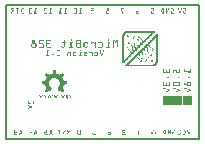
<source format=gbo>
G04 MADE WITH FRITZING*
G04 WWW.FRITZING.ORG*
G04 DOUBLE SIDED*
G04 HOLES PLATED*
G04 CONTOUR ON CENTER OF CONTOUR VECTOR*
%ASAXBY*%
%FSLAX23Y23*%
%MOIN*%
%OFA0B0*%
%SFA1.0B1.0*%
%ADD10R,0.649606X0.456693X0.633606X0.440693*%
%ADD11C,0.008000*%
%ADD12R,0.001000X0.001000*%
%LNSILK0*%
G90*
G70*
G54D11*
X4Y453D02*
X646Y453D01*
X646Y4D01*
X4Y4D01*
X4Y453D01*
D02*
G36*
X560Y148D02*
X592Y148D01*
X592Y117D01*
X560Y117D01*
X560Y148D01*
G37*
D02*
G36*
X527Y148D02*
X559Y148D01*
X559Y117D01*
X527Y117D01*
X527Y148D01*
G37*
D02*
G36*
X593Y148D02*
X625Y148D01*
X625Y117D01*
X593Y117D01*
X593Y148D01*
G37*
D02*
G36*
X496Y364D02*
X496Y364D01*
X499Y364D01*
X499Y363D01*
X500Y363D01*
X500Y362D01*
X500Y362D01*
X500Y362D01*
X500Y362D01*
X500Y361D01*
X499Y361D01*
X499Y361D01*
X499Y361D01*
X499Y360D01*
X498Y360D01*
X498Y360D01*
X498Y360D01*
X498Y359D01*
X497Y359D01*
X497Y359D01*
X497Y359D01*
X497Y358D01*
X409Y358D01*
X409Y358D01*
X407Y358D01*
X407Y357D01*
X406Y357D01*
X406Y357D01*
X405Y357D01*
X405Y356D01*
X403Y356D01*
X403Y355D01*
X403Y355D01*
X403Y355D01*
X402Y355D01*
X402Y354D01*
X402Y354D01*
X402Y354D01*
X401Y354D01*
X401Y353D01*
X401Y353D01*
X401Y353D01*
X400Y353D01*
X400Y352D01*
X400Y352D01*
X400Y351D01*
X399Y351D01*
X399Y350D01*
X399Y350D01*
X399Y348D01*
X398Y348D01*
X398Y269D01*
X392Y269D01*
X392Y353D01*
X393Y353D01*
X393Y355D01*
X393Y355D01*
X393Y356D01*
X394Y356D01*
X394Y357D01*
X394Y357D01*
X394Y358D01*
X395Y358D01*
X395Y359D01*
X395Y359D01*
X395Y359D01*
X396Y359D01*
X396Y360D01*
X396Y360D01*
X396Y360D01*
X397Y360D01*
X397Y361D01*
X398Y361D01*
X398Y361D01*
X399Y361D01*
X399Y362D01*
X400Y362D01*
X400Y362D01*
X401Y362D01*
X401Y363D01*
X402Y363D01*
X402Y364D01*
X405Y364D01*
X405Y364D01*
X496Y364D01*
G37*
D02*
G36*
X496Y358D02*
X496Y358D01*
X496Y358D01*
X496Y357D01*
X495Y357D01*
X495Y357D01*
X495Y357D01*
X495Y356D01*
X494Y356D01*
X494Y355D01*
X493Y355D01*
X493Y355D01*
X493Y355D01*
X493Y354D01*
X492Y354D01*
X492Y354D01*
X492Y354D01*
X492Y353D01*
X491Y353D01*
X491Y353D01*
X491Y353D01*
X491Y352D01*
X490Y352D01*
X490Y352D01*
X490Y352D01*
X490Y351D01*
X489Y351D01*
X489Y351D01*
X489Y351D01*
X489Y350D01*
X488Y350D01*
X488Y349D01*
X487Y349D01*
X487Y349D01*
X487Y349D01*
X487Y348D01*
X486Y348D01*
X486Y348D01*
X486Y348D01*
X486Y347D01*
X485Y347D01*
X485Y347D01*
X485Y347D01*
X485Y346D01*
X484Y346D01*
X484Y346D01*
X484Y346D01*
X484Y345D01*
X483Y345D01*
X483Y345D01*
X483Y345D01*
X483Y344D01*
X482Y344D01*
X482Y344D01*
X482Y344D01*
X482Y343D01*
X481Y343D01*
X481Y342D01*
X480Y342D01*
X480Y342D01*
X480Y342D01*
X480Y341D01*
X479Y341D01*
X479Y341D01*
X479Y341D01*
X479Y340D01*
X478Y340D01*
X478Y340D01*
X478Y340D01*
X478Y339D01*
X477Y339D01*
X477Y339D01*
X477Y339D01*
X477Y338D01*
X476Y338D01*
X476Y338D01*
X476Y338D01*
X476Y337D01*
X475Y337D01*
X475Y336D01*
X474Y336D01*
X474Y336D01*
X474Y336D01*
X474Y335D01*
X473Y335D01*
X473Y335D01*
X473Y335D01*
X473Y334D01*
X472Y334D01*
X472Y334D01*
X472Y334D01*
X472Y333D01*
X463Y333D01*
X463Y334D01*
X464Y334D01*
X464Y334D01*
X464Y334D01*
X464Y335D01*
X465Y335D01*
X465Y335D01*
X465Y335D01*
X465Y336D01*
X466Y336D01*
X466Y336D01*
X466Y336D01*
X466Y337D01*
X467Y337D01*
X467Y338D01*
X467Y338D01*
X467Y338D01*
X468Y338D01*
X468Y339D01*
X468Y339D01*
X468Y339D01*
X469Y339D01*
X469Y340D01*
X470Y340D01*
X470Y340D01*
X470Y340D01*
X470Y341D01*
X471Y341D01*
X471Y341D01*
X471Y341D01*
X471Y342D01*
X472Y342D01*
X472Y342D01*
X472Y342D01*
X472Y343D01*
X473Y343D01*
X473Y344D01*
X473Y344D01*
X473Y344D01*
X474Y344D01*
X474Y345D01*
X474Y345D01*
X474Y345D01*
X475Y345D01*
X475Y346D01*
X476Y346D01*
X476Y346D01*
X476Y346D01*
X476Y347D01*
X477Y347D01*
X477Y347D01*
X477Y347D01*
X477Y348D01*
X478Y348D01*
X478Y348D01*
X478Y348D01*
X478Y349D01*
X479Y349D01*
X479Y349D01*
X479Y349D01*
X479Y350D01*
X480Y350D01*
X480Y351D01*
X480Y351D01*
X480Y351D01*
X481Y351D01*
X481Y352D01*
X482Y352D01*
X482Y352D01*
X482Y352D01*
X482Y353D01*
X483Y353D01*
X483Y353D01*
X483Y353D01*
X483Y354D01*
X484Y354D01*
X484Y354D01*
X484Y354D01*
X484Y355D01*
X485Y355D01*
X485Y355D01*
X485Y355D01*
X485Y356D01*
X486Y356D01*
X486Y357D01*
X486Y357D01*
X486Y357D01*
X487Y357D01*
X487Y358D01*
X496Y358D01*
G37*
D02*
G36*
X412Y351D02*
X412Y350D01*
X412Y350D01*
X412Y349D01*
X413Y349D01*
X413Y349D01*
X409Y349D01*
X409Y348D01*
X408Y348D01*
X408Y347D01*
X409Y347D01*
X409Y346D01*
X407Y346D01*
X407Y346D01*
X407Y346D01*
X407Y348D01*
X407Y348D01*
X407Y349D01*
X408Y349D01*
X408Y350D01*
X408Y350D01*
X408Y351D01*
X412Y351D01*
G37*
D02*
G36*
X431Y350D02*
X431Y349D01*
X432Y349D01*
X432Y349D01*
X432Y349D01*
X432Y348D01*
X428Y348D01*
X428Y348D01*
X428Y348D01*
X428Y346D01*
X428Y346D01*
X428Y345D01*
X426Y345D01*
X426Y348D01*
X427Y348D01*
X427Y349D01*
X427Y349D01*
X427Y349D01*
X428Y349D01*
X428Y350D01*
X431Y350D01*
G37*
D02*
G36*
X449Y349D02*
X449Y348D01*
X450Y348D01*
X450Y348D01*
X451Y348D01*
X451Y347D01*
X447Y347D01*
X447Y347D01*
X446Y347D01*
X446Y345D01*
X447Y345D01*
X447Y344D01*
X445Y344D01*
X445Y345D01*
X444Y345D01*
X444Y346D01*
X445Y346D01*
X445Y347D01*
X445Y347D01*
X445Y348D01*
X446Y348D01*
X446Y348D01*
X446Y348D01*
X446Y349D01*
X449Y349D01*
G37*
D02*
G36*
X413Y349D02*
X413Y346D01*
X411Y346D01*
X411Y346D01*
X412Y346D01*
X412Y348D01*
X411Y348D01*
X411Y349D01*
X413Y349D01*
G37*
D02*
G36*
X433Y348D02*
X433Y345D01*
X431Y345D01*
X431Y346D01*
X431Y346D01*
X431Y348D01*
X430Y348D01*
X430Y348D01*
X433Y348D01*
G37*
D02*
G36*
X451Y347D02*
X451Y347D01*
X451Y347D01*
X451Y345D01*
X451Y345D01*
X451Y344D01*
X449Y344D01*
X449Y345D01*
X450Y345D01*
X450Y346D01*
X449Y346D01*
X449Y347D01*
X448Y347D01*
X448Y347D01*
X451Y347D01*
G37*
D02*
G36*
X413Y346D02*
X413Y345D01*
X407Y345D01*
X407Y346D01*
X413Y346D01*
G37*
D02*
G36*
X413Y346D02*
X413Y345D01*
X407Y345D01*
X407Y346D01*
X413Y346D01*
G37*
D02*
G36*
X432Y345D02*
X432Y345D01*
X427Y345D01*
X427Y345D01*
X432Y345D01*
G37*
D02*
G36*
X432Y345D02*
X432Y345D01*
X427Y345D01*
X427Y345D01*
X432Y345D01*
G37*
D02*
G36*
X413Y345D02*
X413Y345D01*
X414Y345D01*
X414Y344D01*
X414Y344D01*
X414Y344D01*
X415Y344D01*
X415Y343D01*
X415Y343D01*
X415Y342D01*
X416Y342D01*
X416Y342D01*
X416Y342D01*
X416Y341D01*
X417Y341D01*
X417Y341D01*
X418Y341D01*
X418Y340D01*
X418Y340D01*
X418Y340D01*
X419Y340D01*
X419Y339D01*
X419Y339D01*
X419Y339D01*
X420Y339D01*
X420Y338D01*
X420Y338D01*
X420Y338D01*
X421Y338D01*
X421Y337D01*
X421Y337D01*
X421Y336D01*
X422Y336D01*
X422Y336D01*
X422Y336D01*
X422Y335D01*
X423Y335D01*
X423Y335D01*
X424Y335D01*
X424Y334D01*
X424Y334D01*
X424Y334D01*
X425Y334D01*
X425Y333D01*
X425Y333D01*
X425Y333D01*
X426Y333D01*
X426Y332D01*
X426Y332D01*
X426Y332D01*
X427Y332D01*
X427Y331D01*
X427Y331D01*
X427Y330D01*
X428Y330D01*
X428Y330D01*
X428Y330D01*
X428Y329D01*
X429Y329D01*
X429Y329D01*
X429Y329D01*
X429Y328D01*
X430Y328D01*
X430Y328D01*
X431Y328D01*
X431Y327D01*
X431Y327D01*
X431Y327D01*
X432Y327D01*
X432Y326D01*
X432Y326D01*
X432Y326D01*
X433Y326D01*
X433Y325D01*
X433Y325D01*
X433Y313D01*
X434Y313D01*
X434Y310D01*
X432Y310D01*
X432Y325D01*
X432Y325D01*
X432Y325D01*
X431Y325D01*
X431Y326D01*
X431Y326D01*
X431Y326D01*
X430Y326D01*
X430Y327D01*
X429Y327D01*
X429Y327D01*
X429Y327D01*
X429Y328D01*
X428Y328D01*
X428Y328D01*
X428Y328D01*
X428Y329D01*
X427Y329D01*
X427Y329D01*
X427Y329D01*
X427Y330D01*
X426Y330D01*
X426Y330D01*
X426Y330D01*
X426Y331D01*
X425Y331D01*
X425Y332D01*
X425Y332D01*
X425Y332D01*
X424Y332D01*
X424Y333D01*
X424Y333D01*
X424Y333D01*
X423Y333D01*
X423Y334D01*
X422Y334D01*
X422Y334D01*
X422Y334D01*
X422Y335D01*
X421Y335D01*
X421Y335D01*
X421Y335D01*
X421Y336D01*
X420Y336D01*
X420Y336D01*
X420Y336D01*
X420Y337D01*
X419Y337D01*
X419Y338D01*
X419Y338D01*
X419Y338D01*
X418Y338D01*
X418Y339D01*
X418Y339D01*
X418Y339D01*
X417Y339D01*
X417Y340D01*
X416Y340D01*
X416Y340D01*
X416Y340D01*
X416Y341D01*
X415Y341D01*
X415Y341D01*
X415Y341D01*
X415Y342D01*
X414Y342D01*
X414Y342D01*
X414Y342D01*
X414Y343D01*
X413Y343D01*
X413Y344D01*
X413Y344D01*
X413Y344D01*
X408Y344D01*
X408Y345D01*
X408Y345D01*
X408Y345D01*
X413Y345D01*
G37*
D02*
G36*
X432Y345D02*
X432Y344D01*
X431Y344D01*
X431Y344D01*
X429Y344D01*
X429Y339D01*
X430Y339D01*
X430Y339D01*
X431Y339D01*
X431Y338D01*
X431Y338D01*
X431Y338D01*
X432Y338D01*
X432Y337D01*
X432Y337D01*
X432Y336D01*
X433Y336D01*
X433Y336D01*
X433Y336D01*
X433Y335D01*
X434Y335D01*
X434Y335D01*
X434Y335D01*
X434Y334D01*
X435Y334D01*
X435Y334D01*
X435Y334D01*
X435Y333D01*
X436Y333D01*
X436Y333D01*
X437Y333D01*
X437Y332D01*
X437Y332D01*
X437Y332D01*
X438Y332D01*
X438Y331D01*
X438Y331D01*
X438Y330D01*
X439Y330D01*
X439Y330D01*
X439Y330D01*
X439Y329D01*
X440Y329D01*
X440Y329D01*
X440Y329D01*
X440Y328D01*
X441Y328D01*
X441Y328D01*
X441Y328D01*
X441Y327D01*
X442Y327D01*
X442Y327D01*
X442Y327D01*
X442Y319D01*
X441Y319D01*
X441Y326D01*
X441Y326D01*
X441Y326D01*
X440Y326D01*
X440Y327D01*
X440Y327D01*
X440Y327D01*
X439Y327D01*
X439Y328D01*
X439Y328D01*
X439Y328D01*
X438Y328D01*
X438Y329D01*
X438Y329D01*
X438Y329D01*
X437Y329D01*
X437Y330D01*
X437Y330D01*
X437Y330D01*
X436Y330D01*
X436Y331D01*
X435Y331D01*
X435Y332D01*
X435Y332D01*
X435Y332D01*
X434Y332D01*
X434Y333D01*
X434Y333D01*
X434Y333D01*
X433Y333D01*
X433Y334D01*
X433Y334D01*
X433Y334D01*
X432Y334D01*
X432Y335D01*
X432Y335D01*
X432Y335D01*
X431Y335D01*
X431Y336D01*
X431Y336D01*
X431Y336D01*
X430Y336D01*
X430Y337D01*
X429Y337D01*
X429Y338D01*
X429Y338D01*
X429Y338D01*
X428Y338D01*
X428Y344D01*
X428Y344D01*
X428Y344D01*
X427Y344D01*
X427Y345D01*
X432Y345D01*
G37*
D02*
G36*
X451Y344D02*
X451Y344D01*
X445Y344D01*
X445Y344D01*
X451Y344D01*
G37*
D02*
G36*
X451Y344D02*
X451Y344D01*
X445Y344D01*
X445Y344D01*
X451Y344D01*
G37*
D02*
G36*
X451Y344D02*
X451Y342D01*
X448Y342D01*
X448Y342D01*
X447Y342D01*
X447Y342D01*
X446Y342D01*
X446Y343D01*
X445Y343D01*
X445Y344D01*
X451Y344D01*
G37*
D02*
G36*
X451Y342D02*
X451Y342D01*
X452Y342D01*
X452Y341D01*
X452Y341D01*
X452Y341D01*
X453Y341D01*
X453Y340D01*
X453Y340D01*
X453Y340D01*
X454Y340D01*
X454Y339D01*
X454Y339D01*
X454Y339D01*
X455Y339D01*
X455Y338D01*
X455Y338D01*
X455Y338D01*
X456Y338D01*
X456Y337D01*
X457Y337D01*
X457Y336D01*
X457Y336D01*
X457Y336D01*
X458Y336D01*
X458Y335D01*
X458Y335D01*
X458Y335D01*
X459Y335D01*
X459Y334D01*
X457Y334D01*
X457Y335D01*
X457Y335D01*
X457Y335D01*
X456Y335D01*
X456Y336D01*
X455Y336D01*
X455Y336D01*
X455Y336D01*
X455Y337D01*
X454Y337D01*
X454Y338D01*
X454Y338D01*
X454Y338D01*
X453Y338D01*
X453Y339D01*
X453Y339D01*
X453Y339D01*
X452Y339D01*
X452Y340D01*
X452Y340D01*
X452Y340D01*
X451Y340D01*
X451Y341D01*
X451Y341D01*
X451Y341D01*
X450Y341D01*
X450Y342D01*
X450Y342D01*
X450Y342D01*
X451Y342D01*
G37*
D02*
G36*
X445Y338D02*
X445Y338D01*
X446Y338D01*
X446Y337D01*
X446Y337D01*
X446Y336D01*
X442Y336D01*
X442Y336D01*
X442Y336D01*
X442Y334D01*
X442Y334D01*
X442Y333D01*
X440Y333D01*
X440Y336D01*
X441Y336D01*
X441Y337D01*
X441Y337D01*
X441Y338D01*
X442Y338D01*
X442Y338D01*
X445Y338D01*
G37*
D02*
G36*
X447Y336D02*
X447Y333D01*
X445Y333D01*
X445Y334D01*
X445Y334D01*
X445Y336D01*
X445Y336D01*
X445Y336D01*
X447Y336D01*
G37*
D02*
G36*
X461Y335D02*
X461Y334D01*
X460Y334D01*
X460Y335D01*
X461Y335D01*
G37*
D02*
G36*
X461Y334D02*
X461Y334D01*
X458Y334D01*
X458Y334D01*
X461Y334D01*
G37*
D02*
G36*
X461Y334D02*
X461Y334D01*
X458Y334D01*
X458Y334D01*
X461Y334D01*
G37*
D02*
G36*
X462Y334D02*
X462Y333D01*
X458Y333D01*
X458Y334D01*
X462Y334D01*
G37*
D02*
G36*
X471Y333D02*
X471Y333D01*
X458Y333D01*
X458Y333D01*
X471Y333D01*
G37*
D02*
G36*
X471Y333D02*
X471Y333D01*
X458Y333D01*
X458Y333D01*
X471Y333D01*
G37*
D02*
G36*
X446Y333D02*
X446Y333D01*
X441Y333D01*
X441Y333D01*
X446Y333D01*
G37*
D02*
G36*
X446Y333D02*
X446Y333D01*
X441Y333D01*
X441Y333D01*
X446Y333D01*
G37*
D02*
G36*
X471Y333D02*
X471Y332D01*
X470Y332D01*
X470Y332D01*
X470Y332D01*
X470Y331D01*
X469Y331D01*
X469Y330D01*
X468Y330D01*
X468Y330D01*
X468Y330D01*
X468Y329D01*
X467Y329D01*
X467Y329D01*
X467Y329D01*
X467Y328D01*
X466Y328D01*
X466Y328D01*
X466Y328D01*
X466Y327D01*
X465Y327D01*
X465Y327D01*
X465Y327D01*
X465Y326D01*
X464Y326D01*
X464Y326D01*
X455Y326D01*
X455Y326D01*
X456Y326D01*
X456Y327D01*
X457Y327D01*
X457Y327D01*
X457Y327D01*
X457Y328D01*
X458Y328D01*
X458Y328D01*
X458Y328D01*
X458Y329D01*
X459Y329D01*
X459Y330D01*
X458Y330D01*
X458Y331D01*
X458Y331D01*
X458Y332D01*
X457Y332D01*
X457Y332D01*
X458Y332D01*
X458Y333D01*
X471Y333D01*
G37*
D02*
G36*
X446Y333D02*
X446Y332D01*
X447Y332D01*
X447Y332D01*
X447Y332D01*
X447Y331D01*
X448Y331D01*
X448Y330D01*
X448Y330D01*
X448Y330D01*
X449Y330D01*
X449Y329D01*
X450Y329D01*
X450Y329D01*
X450Y329D01*
X450Y328D01*
X451Y328D01*
X451Y328D01*
X451Y328D01*
X451Y327D01*
X450Y327D01*
X450Y328D01*
X449Y328D01*
X449Y328D01*
X448Y328D01*
X448Y329D01*
X448Y329D01*
X448Y329D01*
X447Y329D01*
X447Y330D01*
X447Y330D01*
X447Y330D01*
X446Y330D01*
X446Y331D01*
X446Y331D01*
X446Y332D01*
X442Y332D01*
X442Y332D01*
X441Y332D01*
X441Y333D01*
X446Y333D01*
G37*
D02*
G36*
X416Y329D02*
X416Y328D01*
X417Y328D01*
X417Y328D01*
X418Y328D01*
X418Y327D01*
X414Y327D01*
X414Y327D01*
X413Y327D01*
X413Y325D01*
X414Y325D01*
X414Y324D01*
X412Y324D01*
X412Y327D01*
X412Y327D01*
X412Y328D01*
X413Y328D01*
X413Y328D01*
X413Y328D01*
X413Y329D01*
X416Y329D01*
G37*
D02*
G36*
X453Y328D02*
X453Y327D01*
X452Y327D01*
X452Y328D01*
X453Y328D01*
G37*
D02*
G36*
X453Y327D02*
X453Y327D01*
X450Y327D01*
X450Y327D01*
X453Y327D01*
G37*
D02*
G36*
X453Y327D02*
X453Y327D01*
X450Y327D01*
X450Y327D01*
X453Y327D01*
G37*
D02*
G36*
X418Y327D02*
X418Y327D01*
X418Y327D01*
X418Y324D01*
X416Y324D01*
X416Y325D01*
X416Y325D01*
X416Y326D01*
X416Y326D01*
X416Y327D01*
X415Y327D01*
X415Y327D01*
X418Y327D01*
G37*
D02*
G36*
X454Y327D02*
X454Y326D01*
X454Y326D01*
X454Y326D01*
X451Y326D01*
X451Y327D01*
X454Y327D01*
G37*
D02*
G36*
X464Y326D02*
X464Y325D01*
X450Y325D01*
X450Y326D01*
X464Y326D01*
G37*
D02*
G36*
X464Y326D02*
X464Y325D01*
X450Y325D01*
X450Y326D01*
X464Y326D01*
G37*
D02*
G36*
X463Y325D02*
X463Y325D01*
X463Y325D01*
X463Y324D01*
X462Y324D01*
X462Y323D01*
X461Y323D01*
X461Y323D01*
X461Y323D01*
X461Y322D01*
X460Y322D01*
X460Y322D01*
X460Y322D01*
X460Y321D01*
X459Y321D01*
X459Y321D01*
X459Y321D01*
X459Y320D01*
X458Y320D01*
X458Y320D01*
X458Y320D01*
X458Y319D01*
X457Y319D01*
X457Y319D01*
X457Y319D01*
X457Y318D01*
X456Y318D01*
X456Y317D01*
X447Y317D01*
X447Y318D01*
X448Y318D01*
X448Y319D01*
X448Y319D01*
X448Y319D01*
X449Y319D01*
X449Y320D01*
X450Y320D01*
X450Y320D01*
X450Y320D01*
X450Y321D01*
X451Y321D01*
X451Y321D01*
X451Y321D01*
X451Y322D01*
X452Y322D01*
X452Y322D01*
X451Y322D01*
X451Y323D01*
X451Y323D01*
X451Y323D01*
X450Y323D01*
X450Y324D01*
X450Y324D01*
X450Y325D01*
X463Y325D01*
G37*
D02*
G36*
X418Y324D02*
X418Y323D01*
X412Y323D01*
X412Y324D01*
X418Y324D01*
G37*
D02*
G36*
X418Y324D02*
X418Y323D01*
X412Y323D01*
X412Y324D01*
X418Y324D01*
G37*
D02*
G36*
X418Y323D02*
X418Y323D01*
X419Y323D01*
X419Y322D01*
X419Y322D01*
X419Y322D01*
X420Y322D01*
X420Y321D01*
X420Y321D01*
X420Y321D01*
X421Y321D01*
X421Y320D01*
X421Y320D01*
X421Y320D01*
X422Y320D01*
X422Y319D01*
X422Y319D01*
X422Y319D01*
X423Y319D01*
X423Y318D01*
X424Y318D01*
X424Y317D01*
X424Y317D01*
X424Y317D01*
X425Y317D01*
X425Y316D01*
X425Y316D01*
X425Y316D01*
X426Y316D01*
X426Y303D01*
X426Y303D01*
X426Y302D01*
X425Y302D01*
X425Y315D01*
X424Y315D01*
X424Y315D01*
X424Y315D01*
X424Y316D01*
X423Y316D01*
X423Y316D01*
X422Y316D01*
X422Y317D01*
X422Y317D01*
X422Y317D01*
X421Y317D01*
X421Y318D01*
X421Y318D01*
X421Y319D01*
X420Y319D01*
X420Y319D01*
X420Y319D01*
X420Y320D01*
X419Y320D01*
X419Y320D01*
X419Y320D01*
X419Y321D01*
X418Y321D01*
X418Y321D01*
X418Y321D01*
X418Y322D01*
X417Y322D01*
X417Y322D01*
X413Y322D01*
X413Y323D01*
X412Y323D01*
X412Y323D01*
X418Y323D01*
G37*
D02*
G36*
X445Y320D02*
X445Y319D01*
X445Y319D01*
X445Y319D01*
X444Y319D01*
X444Y319D01*
X444Y319D01*
X444Y320D01*
X445Y320D01*
G37*
D02*
G36*
X446Y319D02*
X446Y318D01*
X441Y318D01*
X441Y319D01*
X446Y319D01*
G37*
D02*
G36*
X446Y319D02*
X446Y318D01*
X441Y318D01*
X441Y319D01*
X446Y319D01*
G37*
D02*
G36*
X446Y318D02*
X446Y317D01*
X441Y317D01*
X441Y318D01*
X446Y318D01*
G37*
D02*
G36*
X455Y317D02*
X455Y317D01*
X442Y317D01*
X442Y317D01*
X455Y317D01*
G37*
D02*
G36*
X455Y317D02*
X455Y317D01*
X442Y317D01*
X442Y317D01*
X455Y317D01*
G37*
D02*
G36*
X455Y317D02*
X455Y316D01*
X454Y316D01*
X454Y316D01*
X454Y316D01*
X454Y315D01*
X453Y315D01*
X453Y315D01*
X453Y315D01*
X453Y314D01*
X452Y314D01*
X452Y314D01*
X452Y314D01*
X452Y313D01*
X451Y313D01*
X451Y313D01*
X451Y313D01*
X451Y312D01*
X450Y312D01*
X450Y312D01*
X450Y312D01*
X450Y311D01*
X449Y311D01*
X449Y310D01*
X448Y310D01*
X448Y310D01*
X448Y310D01*
X448Y309D01*
X447Y309D01*
X447Y309D01*
X439Y309D01*
X439Y309D01*
X439Y309D01*
X439Y310D01*
X440Y310D01*
X440Y310D01*
X440Y310D01*
X440Y311D01*
X441Y311D01*
X441Y312D01*
X441Y312D01*
X441Y312D01*
X442Y312D01*
X442Y313D01*
X442Y313D01*
X442Y313D01*
X443Y313D01*
X443Y315D01*
X442Y315D01*
X442Y315D01*
X442Y315D01*
X442Y316D01*
X441Y316D01*
X441Y317D01*
X455Y317D01*
G37*
D02*
G36*
X436Y311D02*
X436Y310D01*
X437Y310D01*
X437Y310D01*
X435Y310D01*
X435Y310D01*
X435Y310D01*
X435Y311D01*
X436Y311D01*
G37*
D02*
G36*
X409Y311D02*
X409Y310D01*
X411Y310D01*
X411Y310D01*
X411Y310D01*
X411Y309D01*
X412Y309D01*
X412Y309D01*
X407Y309D01*
X407Y306D01*
X406Y306D01*
X406Y307D01*
X405Y307D01*
X405Y308D01*
X406Y308D01*
X406Y309D01*
X406Y309D01*
X406Y310D01*
X407Y310D01*
X407Y310D01*
X408Y310D01*
X408Y311D01*
X409Y311D01*
G37*
D02*
G36*
X437Y310D02*
X437Y309D01*
X433Y309D01*
X433Y310D01*
X437Y310D01*
G37*
D02*
G36*
X437Y310D02*
X437Y309D01*
X433Y309D01*
X433Y310D01*
X437Y310D01*
G37*
D02*
G36*
X438Y309D02*
X438Y309D01*
X433Y309D01*
X433Y309D01*
X438Y309D01*
G37*
D02*
G36*
X447Y309D02*
X447Y308D01*
X433Y308D01*
X433Y309D01*
X447Y309D01*
G37*
D02*
G36*
X447Y309D02*
X447Y308D01*
X433Y308D01*
X433Y309D01*
X447Y309D01*
G37*
D02*
G36*
X412Y309D02*
X412Y308D01*
X412Y308D01*
X412Y307D01*
X412Y307D01*
X412Y306D01*
X410Y306D01*
X410Y309D01*
X412Y309D01*
G37*
D02*
G36*
X446Y308D02*
X446Y308D01*
X446Y308D01*
X446Y307D01*
X445Y307D01*
X445Y307D01*
X445Y307D01*
X445Y306D01*
X444Y306D01*
X444Y306D01*
X444Y306D01*
X444Y305D01*
X443Y305D01*
X443Y304D01*
X442Y304D01*
X442Y304D01*
X442Y304D01*
X442Y303D01*
X441Y303D01*
X441Y303D01*
X441Y303D01*
X441Y302D01*
X440Y302D01*
X440Y302D01*
X440Y302D01*
X440Y301D01*
X431Y301D01*
X431Y302D01*
X432Y302D01*
X432Y302D01*
X432Y302D01*
X432Y303D01*
X433Y303D01*
X433Y303D01*
X433Y303D01*
X433Y304D01*
X434Y304D01*
X434Y304D01*
X434Y304D01*
X434Y306D01*
X434Y306D01*
X434Y307D01*
X433Y307D01*
X433Y307D01*
X433Y307D01*
X433Y308D01*
X446Y308D01*
G37*
D02*
G36*
X412Y306D02*
X412Y306D01*
X406Y306D01*
X406Y306D01*
X412Y306D01*
G37*
D02*
G36*
X412Y306D02*
X412Y306D01*
X406Y306D01*
X406Y306D01*
X412Y306D01*
G37*
D02*
G36*
X411Y306D02*
X411Y305D01*
X412Y305D01*
X412Y304D01*
X409Y304D01*
X409Y304D01*
X408Y304D01*
X408Y304D01*
X407Y304D01*
X407Y305D01*
X406Y305D01*
X406Y306D01*
X411Y306D01*
G37*
D02*
G36*
X412Y304D02*
X412Y304D01*
X413Y304D01*
X413Y303D01*
X413Y303D01*
X413Y303D01*
X414Y303D01*
X414Y302D01*
X414Y302D01*
X414Y302D01*
X415Y302D01*
X415Y301D01*
X415Y301D01*
X415Y301D01*
X416Y301D01*
X416Y300D01*
X416Y300D01*
X416Y300D01*
X417Y300D01*
X417Y299D01*
X418Y299D01*
X418Y299D01*
X418Y299D01*
X418Y298D01*
X419Y298D01*
X419Y297D01*
X419Y297D01*
X419Y297D01*
X420Y297D01*
X420Y296D01*
X418Y296D01*
X418Y297D01*
X417Y297D01*
X417Y297D01*
X416Y297D01*
X416Y298D01*
X416Y298D01*
X416Y299D01*
X415Y299D01*
X415Y299D01*
X415Y299D01*
X415Y300D01*
X414Y300D01*
X414Y300D01*
X414Y300D01*
X414Y301D01*
X413Y301D01*
X413Y301D01*
X413Y301D01*
X413Y302D01*
X412Y302D01*
X412Y302D01*
X412Y302D01*
X412Y303D01*
X411Y303D01*
X411Y303D01*
X411Y303D01*
X411Y304D01*
X410Y304D01*
X410Y304D01*
X412Y304D01*
G37*
D02*
G36*
X428Y303D02*
X428Y302D01*
X427Y302D01*
X427Y303D01*
X428Y303D01*
G37*
D02*
G36*
X429Y302D02*
X429Y302D01*
X425Y302D01*
X425Y302D01*
X429Y302D01*
G37*
D02*
G36*
X429Y302D02*
X429Y302D01*
X425Y302D01*
X425Y302D01*
X429Y302D01*
G37*
D02*
G36*
X429Y302D02*
X429Y301D01*
X426Y301D01*
X426Y302D01*
X429Y302D01*
G37*
D02*
G36*
X439Y301D02*
X439Y301D01*
X426Y301D01*
X426Y301D01*
X439Y301D01*
G37*
D02*
G36*
X439Y301D02*
X439Y301D01*
X426Y301D01*
X426Y301D01*
X439Y301D01*
G37*
D02*
G36*
X439Y301D02*
X439Y300D01*
X438Y300D01*
X438Y300D01*
X438Y300D01*
X438Y299D01*
X437Y299D01*
X437Y299D01*
X437Y299D01*
X437Y298D01*
X436Y298D01*
X436Y297D01*
X435Y297D01*
X435Y297D01*
X435Y297D01*
X435Y296D01*
X434Y296D01*
X434Y296D01*
X434Y296D01*
X434Y295D01*
X433Y295D01*
X433Y295D01*
X425Y295D01*
X425Y295D01*
X425Y295D01*
X425Y296D01*
X426Y296D01*
X426Y296D01*
X426Y296D01*
X426Y297D01*
X427Y297D01*
X427Y299D01*
X426Y299D01*
X426Y299D01*
X426Y299D01*
X426Y300D01*
X425Y300D01*
X425Y301D01*
X439Y301D01*
G37*
D02*
G36*
X421Y297D02*
X421Y296D01*
X421Y296D01*
X421Y297D01*
X421Y297D01*
G37*
D02*
G36*
X422Y296D02*
X422Y296D01*
X418Y296D01*
X418Y296D01*
X422Y296D01*
G37*
D02*
G36*
X422Y296D02*
X422Y296D01*
X418Y296D01*
X418Y296D01*
X422Y296D01*
G37*
D02*
G36*
X422Y296D02*
X422Y295D01*
X423Y295D01*
X423Y295D01*
X419Y295D01*
X419Y295D01*
X419Y295D01*
X419Y296D01*
X422Y296D01*
G37*
D02*
G36*
X433Y295D02*
X433Y294D01*
X419Y294D01*
X419Y295D01*
X433Y295D01*
G37*
D02*
G36*
X433Y295D02*
X433Y294D01*
X419Y294D01*
X419Y295D01*
X433Y295D01*
G37*
D02*
G36*
X432Y294D02*
X432Y294D01*
X432Y294D01*
X432Y293D01*
X431Y293D01*
X431Y293D01*
X431Y293D01*
X431Y292D01*
X430Y292D01*
X430Y291D01*
X429Y291D01*
X429Y291D01*
X429Y291D01*
X429Y290D01*
X428Y290D01*
X428Y290D01*
X428Y290D01*
X428Y289D01*
X427Y289D01*
X427Y289D01*
X427Y289D01*
X427Y288D01*
X426Y288D01*
X426Y288D01*
X426Y288D01*
X426Y287D01*
X425Y287D01*
X425Y287D01*
X425Y287D01*
X425Y286D01*
X424Y286D01*
X424Y286D01*
X424Y286D01*
X424Y285D01*
X423Y285D01*
X423Y284D01*
X422Y284D01*
X422Y284D01*
X422Y284D01*
X422Y283D01*
X421Y283D01*
X421Y283D01*
X421Y283D01*
X421Y282D01*
X420Y282D01*
X420Y282D01*
X420Y282D01*
X420Y281D01*
X419Y281D01*
X419Y281D01*
X419Y281D01*
X419Y280D01*
X418Y280D01*
X418Y280D01*
X418Y280D01*
X418Y279D01*
X417Y279D01*
X417Y278D01*
X416Y278D01*
X416Y278D01*
X416Y278D01*
X416Y277D01*
X415Y277D01*
X415Y277D01*
X415Y277D01*
X415Y276D01*
X414Y276D01*
X414Y276D01*
X414Y276D01*
X414Y275D01*
X413Y275D01*
X413Y275D01*
X413Y275D01*
X413Y274D01*
X412Y274D01*
X412Y274D01*
X412Y274D01*
X412Y273D01*
X411Y273D01*
X411Y273D01*
X411Y273D01*
X411Y272D01*
X410Y272D01*
X410Y271D01*
X409Y271D01*
X409Y271D01*
X409Y271D01*
X409Y270D01*
X408Y270D01*
X408Y270D01*
X408Y270D01*
X408Y269D01*
X407Y269D01*
X407Y269D01*
X399Y269D01*
X399Y269D01*
X399Y269D01*
X399Y270D01*
X400Y270D01*
X400Y270D01*
X400Y270D01*
X400Y271D01*
X401Y271D01*
X401Y271D01*
X401Y271D01*
X401Y272D01*
X402Y272D01*
X402Y273D01*
X402Y273D01*
X402Y273D01*
X403Y273D01*
X403Y274D01*
X403Y274D01*
X403Y274D01*
X404Y274D01*
X404Y275D01*
X405Y275D01*
X405Y275D01*
X405Y275D01*
X405Y276D01*
X406Y276D01*
X406Y276D01*
X406Y276D01*
X406Y277D01*
X407Y277D01*
X407Y277D01*
X407Y277D01*
X407Y278D01*
X408Y278D01*
X408Y278D01*
X408Y278D01*
X408Y279D01*
X409Y279D01*
X409Y280D01*
X409Y280D01*
X409Y280D01*
X410Y280D01*
X410Y281D01*
X411Y281D01*
X411Y281D01*
X411Y281D01*
X411Y282D01*
X412Y282D01*
X412Y282D01*
X412Y282D01*
X412Y283D01*
X413Y283D01*
X413Y283D01*
X413Y283D01*
X413Y284D01*
X414Y284D01*
X414Y284D01*
X414Y284D01*
X414Y285D01*
X415Y285D01*
X415Y286D01*
X415Y286D01*
X415Y286D01*
X416Y286D01*
X416Y287D01*
X416Y287D01*
X416Y287D01*
X417Y287D01*
X417Y288D01*
X418Y288D01*
X418Y288D01*
X418Y288D01*
X418Y289D01*
X419Y289D01*
X419Y289D01*
X419Y289D01*
X419Y290D01*
X420Y290D01*
X420Y290D01*
X420Y290D01*
X420Y291D01*
X420Y291D01*
X420Y292D01*
X419Y292D01*
X419Y293D01*
X419Y293D01*
X419Y293D01*
X418Y293D01*
X418Y294D01*
X432Y294D01*
G37*
D02*
G36*
X407Y269D02*
X407Y268D01*
X392Y268D01*
X392Y269D01*
X407Y269D01*
G37*
D02*
G36*
X407Y269D02*
X407Y268D01*
X392Y268D01*
X392Y269D01*
X407Y269D01*
G37*
D02*
G36*
X406Y268D02*
X406Y268D01*
X406Y268D01*
X406Y267D01*
X405Y267D01*
X405Y267D01*
X405Y267D01*
X405Y266D01*
X404Y266D01*
X404Y265D01*
X403Y265D01*
X403Y265D01*
X403Y265D01*
X403Y264D01*
X402Y264D01*
X402Y264D01*
X402Y264D01*
X402Y263D01*
X401Y263D01*
X401Y263D01*
X401Y263D01*
X401Y262D01*
X400Y262D01*
X400Y262D01*
X400Y262D01*
X400Y261D01*
X399Y261D01*
X399Y261D01*
X399Y261D01*
X399Y260D01*
X398Y260D01*
X398Y260D01*
X398Y260D01*
X398Y259D01*
X397Y259D01*
X397Y258D01*
X396Y258D01*
X396Y258D01*
X396Y258D01*
X396Y257D01*
X395Y257D01*
X395Y257D01*
X395Y257D01*
X395Y256D01*
X394Y256D01*
X394Y256D01*
X394Y256D01*
X394Y255D01*
X393Y255D01*
X393Y256D01*
X393Y256D01*
X393Y258D01*
X392Y258D01*
X392Y268D01*
X406Y268D01*
G37*
D02*
G36*
X508Y355D02*
X508Y355D01*
X508Y355D01*
X508Y354D01*
X509Y354D01*
X509Y351D01*
X509Y351D01*
X509Y342D01*
X502Y342D01*
X502Y341D01*
X502Y341D01*
X502Y341D01*
X501Y341D01*
X501Y340D01*
X500Y340D01*
X500Y340D01*
X500Y340D01*
X500Y339D01*
X499Y339D01*
X499Y339D01*
X499Y339D01*
X499Y338D01*
X498Y338D01*
X498Y338D01*
X498Y338D01*
X498Y337D01*
X497Y337D01*
X497Y336D01*
X497Y336D01*
X497Y336D01*
X496Y336D01*
X496Y335D01*
X496Y335D01*
X496Y335D01*
X495Y335D01*
X495Y334D01*
X495Y334D01*
X495Y334D01*
X494Y334D01*
X494Y333D01*
X493Y333D01*
X493Y333D01*
X493Y333D01*
X493Y332D01*
X492Y332D01*
X492Y332D01*
X492Y332D01*
X492Y331D01*
X491Y331D01*
X491Y330D01*
X491Y330D01*
X491Y330D01*
X490Y330D01*
X490Y329D01*
X490Y329D01*
X490Y329D01*
X489Y329D01*
X489Y328D01*
X489Y328D01*
X489Y328D01*
X488Y328D01*
X488Y327D01*
X487Y327D01*
X487Y327D01*
X487Y327D01*
X487Y326D01*
X486Y326D01*
X486Y326D01*
X486Y326D01*
X486Y325D01*
X485Y325D01*
X485Y325D01*
X485Y325D01*
X485Y324D01*
X484Y324D01*
X484Y323D01*
X484Y323D01*
X484Y323D01*
X483Y323D01*
X483Y322D01*
X483Y322D01*
X483Y322D01*
X482Y322D01*
X482Y321D01*
X482Y321D01*
X482Y321D01*
X481Y321D01*
X481Y320D01*
X480Y320D01*
X480Y319D01*
X481Y319D01*
X481Y319D01*
X482Y319D01*
X482Y318D01*
X482Y318D01*
X482Y317D01*
X483Y317D01*
X483Y316D01*
X477Y316D01*
X477Y316D01*
X476Y316D01*
X476Y315D01*
X476Y315D01*
X476Y315D01*
X475Y315D01*
X475Y314D01*
X474Y314D01*
X474Y314D01*
X474Y314D01*
X474Y313D01*
X474Y313D01*
X474Y312D01*
X475Y312D01*
X475Y312D01*
X476Y312D01*
X476Y311D01*
X476Y311D01*
X476Y310D01*
X476Y310D01*
X476Y310D01*
X470Y310D01*
X470Y309D01*
X470Y309D01*
X470Y309D01*
X469Y309D01*
X469Y308D01*
X468Y308D01*
X468Y308D01*
X468Y308D01*
X468Y307D01*
X467Y307D01*
X467Y307D01*
X467Y307D01*
X467Y306D01*
X466Y306D01*
X466Y305D01*
X467Y305D01*
X467Y304D01*
X467Y304D01*
X467Y304D01*
X468Y304D01*
X468Y303D01*
X468Y303D01*
X468Y303D01*
X468Y303D01*
X468Y302D01*
X463Y302D01*
X463Y302D01*
X462Y302D01*
X462Y301D01*
X461Y301D01*
X461Y301D01*
X461Y301D01*
X461Y300D01*
X460Y300D01*
X460Y300D01*
X460Y300D01*
X460Y299D01*
X459Y299D01*
X459Y299D01*
X459Y299D01*
X459Y298D01*
X458Y298D01*
X458Y297D01*
X458Y297D01*
X458Y296D01*
X458Y296D01*
X458Y296D01*
X459Y296D01*
X459Y295D01*
X459Y295D01*
X459Y295D01*
X460Y295D01*
X460Y294D01*
X459Y294D01*
X459Y294D01*
X454Y294D01*
X454Y293D01*
X453Y293D01*
X453Y293D01*
X453Y293D01*
X453Y292D01*
X452Y292D01*
X452Y291D01*
X452Y291D01*
X452Y291D01*
X451Y291D01*
X451Y290D01*
X451Y290D01*
X451Y290D01*
X450Y290D01*
X450Y289D01*
X450Y289D01*
X450Y288D01*
X450Y288D01*
X450Y287D01*
X451Y287D01*
X451Y287D01*
X451Y287D01*
X451Y286D01*
X451Y286D01*
X451Y285D01*
X445Y285D01*
X445Y284D01*
X445Y284D01*
X445Y284D01*
X444Y284D01*
X444Y283D01*
X444Y283D01*
X444Y283D01*
X443Y283D01*
X443Y282D01*
X442Y282D01*
X442Y282D01*
X442Y282D01*
X442Y281D01*
X442Y281D01*
X442Y280D01*
X443Y280D01*
X443Y280D01*
X444Y280D01*
X444Y278D01*
X443Y278D01*
X443Y278D01*
X438Y278D01*
X438Y277D01*
X438Y277D01*
X438Y277D01*
X437Y277D01*
X437Y276D01*
X437Y276D01*
X437Y276D01*
X436Y276D01*
X436Y275D01*
X435Y275D01*
X435Y275D01*
X435Y275D01*
X435Y274D01*
X434Y274D01*
X434Y274D01*
X434Y274D01*
X434Y273D01*
X433Y273D01*
X433Y273D01*
X433Y273D01*
X433Y272D01*
X432Y272D01*
X432Y271D01*
X432Y271D01*
X432Y271D01*
X431Y271D01*
X431Y270D01*
X431Y270D01*
X431Y270D01*
X430Y270D01*
X430Y269D01*
X429Y269D01*
X429Y269D01*
X429Y269D01*
X429Y268D01*
X428Y268D01*
X428Y268D01*
X428Y268D01*
X428Y267D01*
X427Y267D01*
X427Y267D01*
X427Y267D01*
X427Y266D01*
X426Y266D01*
X426Y265D01*
X426Y265D01*
X426Y265D01*
X425Y265D01*
X425Y264D01*
X425Y264D01*
X425Y264D01*
X424Y264D01*
X424Y263D01*
X424Y263D01*
X424Y263D01*
X423Y263D01*
X423Y262D01*
X422Y262D01*
X422Y262D01*
X422Y262D01*
X422Y261D01*
X421Y261D01*
X421Y261D01*
X421Y261D01*
X421Y260D01*
X420Y260D01*
X420Y260D01*
X420Y260D01*
X420Y259D01*
X419Y259D01*
X419Y258D01*
X419Y258D01*
X419Y258D01*
X418Y258D01*
X418Y257D01*
X418Y257D01*
X418Y257D01*
X417Y257D01*
X417Y256D01*
X416Y256D01*
X416Y256D01*
X416Y256D01*
X416Y255D01*
X415Y255D01*
X415Y255D01*
X415Y255D01*
X415Y254D01*
X414Y254D01*
X414Y254D01*
X414Y254D01*
X414Y253D01*
X405Y253D01*
X405Y254D01*
X406Y254D01*
X406Y254D01*
X406Y254D01*
X406Y255D01*
X407Y255D01*
X407Y255D01*
X407Y255D01*
X407Y256D01*
X408Y256D01*
X408Y256D01*
X408Y256D01*
X408Y257D01*
X409Y257D01*
X409Y257D01*
X409Y257D01*
X409Y258D01*
X410Y258D01*
X410Y258D01*
X411Y258D01*
X411Y259D01*
X411Y259D01*
X411Y260D01*
X412Y260D01*
X412Y260D01*
X412Y260D01*
X412Y261D01*
X413Y261D01*
X413Y261D01*
X413Y261D01*
X413Y262D01*
X414Y262D01*
X414Y262D01*
X414Y262D01*
X414Y263D01*
X415Y263D01*
X415Y263D01*
X415Y263D01*
X415Y264D01*
X416Y264D01*
X416Y264D01*
X416Y264D01*
X416Y265D01*
X417Y265D01*
X417Y265D01*
X418Y265D01*
X418Y266D01*
X418Y266D01*
X418Y267D01*
X419Y267D01*
X419Y267D01*
X419Y267D01*
X419Y268D01*
X420Y268D01*
X420Y268D01*
X420Y268D01*
X420Y269D01*
X421Y269D01*
X421Y269D01*
X421Y269D01*
X421Y270D01*
X422Y270D01*
X422Y270D01*
X422Y270D01*
X422Y271D01*
X423Y271D01*
X423Y271D01*
X424Y271D01*
X424Y272D01*
X424Y272D01*
X424Y273D01*
X425Y273D01*
X425Y273D01*
X425Y273D01*
X425Y274D01*
X426Y274D01*
X426Y274D01*
X426Y274D01*
X426Y275D01*
X427Y275D01*
X427Y275D01*
X427Y275D01*
X427Y276D01*
X428Y276D01*
X428Y276D01*
X428Y276D01*
X428Y277D01*
X429Y277D01*
X429Y277D01*
X429Y277D01*
X429Y278D01*
X430Y278D01*
X430Y278D01*
X431Y278D01*
X431Y279D01*
X431Y279D01*
X431Y280D01*
X432Y280D01*
X432Y280D01*
X432Y280D01*
X432Y281D01*
X433Y281D01*
X433Y281D01*
X433Y281D01*
X433Y282D01*
X434Y282D01*
X434Y282D01*
X434Y282D01*
X434Y283D01*
X435Y283D01*
X435Y283D01*
X435Y283D01*
X435Y284D01*
X436Y284D01*
X436Y284D01*
X437Y284D01*
X437Y285D01*
X437Y285D01*
X437Y286D01*
X438Y286D01*
X438Y286D01*
X438Y286D01*
X438Y287D01*
X439Y287D01*
X439Y287D01*
X439Y287D01*
X439Y288D01*
X440Y288D01*
X440Y288D01*
X440Y288D01*
X440Y289D01*
X441Y289D01*
X441Y289D01*
X441Y289D01*
X441Y290D01*
X442Y290D01*
X442Y290D01*
X442Y290D01*
X442Y291D01*
X443Y291D01*
X443Y291D01*
X444Y291D01*
X444Y292D01*
X444Y292D01*
X444Y293D01*
X445Y293D01*
X445Y293D01*
X445Y293D01*
X445Y294D01*
X446Y294D01*
X446Y294D01*
X446Y294D01*
X446Y295D01*
X447Y295D01*
X447Y295D01*
X447Y295D01*
X447Y296D01*
X448Y296D01*
X448Y296D01*
X448Y296D01*
X448Y297D01*
X449Y297D01*
X449Y297D01*
X450Y297D01*
X450Y298D01*
X450Y298D01*
X450Y299D01*
X451Y299D01*
X451Y299D01*
X451Y299D01*
X451Y300D01*
X452Y300D01*
X452Y300D01*
X452Y300D01*
X452Y301D01*
X453Y301D01*
X453Y301D01*
X453Y301D01*
X453Y302D01*
X454Y302D01*
X454Y302D01*
X454Y302D01*
X454Y303D01*
X455Y303D01*
X455Y303D01*
X455Y303D01*
X455Y304D01*
X456Y304D01*
X456Y304D01*
X457Y304D01*
X457Y305D01*
X457Y305D01*
X457Y306D01*
X458Y306D01*
X458Y306D01*
X458Y306D01*
X458Y307D01*
X459Y307D01*
X459Y307D01*
X459Y307D01*
X459Y308D01*
X460Y308D01*
X460Y308D01*
X460Y308D01*
X460Y309D01*
X461Y309D01*
X461Y309D01*
X461Y309D01*
X461Y310D01*
X462Y310D01*
X462Y310D01*
X463Y310D01*
X463Y311D01*
X463Y311D01*
X463Y312D01*
X464Y312D01*
X464Y312D01*
X464Y312D01*
X464Y313D01*
X465Y313D01*
X465Y313D01*
X465Y313D01*
X465Y314D01*
X466Y314D01*
X466Y314D01*
X466Y314D01*
X466Y315D01*
X467Y315D01*
X467Y315D01*
X467Y315D01*
X467Y316D01*
X468Y316D01*
X468Y316D01*
X468Y316D01*
X468Y317D01*
X469Y317D01*
X469Y317D01*
X470Y317D01*
X470Y318D01*
X470Y318D01*
X470Y319D01*
X471Y319D01*
X471Y319D01*
X471Y319D01*
X471Y320D01*
X472Y320D01*
X472Y320D01*
X472Y320D01*
X472Y321D01*
X473Y321D01*
X473Y321D01*
X473Y321D01*
X473Y322D01*
X474Y322D01*
X474Y322D01*
X474Y322D01*
X474Y323D01*
X475Y323D01*
X475Y323D01*
X476Y323D01*
X476Y324D01*
X476Y324D01*
X476Y325D01*
X477Y325D01*
X477Y325D01*
X477Y325D01*
X477Y326D01*
X478Y326D01*
X478Y326D01*
X478Y326D01*
X478Y327D01*
X479Y327D01*
X479Y327D01*
X479Y327D01*
X479Y328D01*
X480Y328D01*
X480Y328D01*
X480Y328D01*
X480Y329D01*
X481Y329D01*
X481Y329D01*
X482Y329D01*
X482Y330D01*
X482Y330D01*
X482Y330D01*
X483Y330D01*
X483Y331D01*
X483Y331D01*
X483Y332D01*
X484Y332D01*
X484Y332D01*
X484Y332D01*
X484Y333D01*
X485Y333D01*
X485Y333D01*
X485Y333D01*
X485Y334D01*
X486Y334D01*
X486Y334D01*
X486Y334D01*
X486Y335D01*
X487Y335D01*
X487Y335D01*
X487Y335D01*
X487Y336D01*
X488Y336D01*
X488Y336D01*
X489Y336D01*
X489Y337D01*
X489Y337D01*
X489Y338D01*
X490Y338D01*
X490Y338D01*
X490Y338D01*
X490Y339D01*
X491Y339D01*
X491Y339D01*
X491Y339D01*
X491Y340D01*
X492Y340D01*
X492Y340D01*
X492Y340D01*
X492Y341D01*
X493Y341D01*
X493Y341D01*
X493Y341D01*
X493Y342D01*
X494Y342D01*
X494Y342D01*
X495Y342D01*
X495Y343D01*
X495Y343D01*
X495Y344D01*
X496Y344D01*
X496Y344D01*
X496Y344D01*
X496Y345D01*
X497Y345D01*
X497Y345D01*
X497Y345D01*
X497Y346D01*
X498Y346D01*
X498Y346D01*
X498Y346D01*
X498Y347D01*
X499Y347D01*
X499Y347D01*
X499Y347D01*
X499Y348D01*
X500Y348D01*
X500Y348D01*
X500Y348D01*
X500Y349D01*
X501Y349D01*
X501Y349D01*
X502Y349D01*
X502Y350D01*
X502Y350D01*
X502Y351D01*
X503Y351D01*
X503Y351D01*
X503Y351D01*
X503Y352D01*
X504Y352D01*
X504Y352D01*
X504Y352D01*
X504Y353D01*
X505Y353D01*
X505Y353D01*
X505Y353D01*
X505Y354D01*
X506Y354D01*
X506Y354D01*
X506Y354D01*
X506Y355D01*
X507Y355D01*
X507Y355D01*
X508Y355D01*
G37*
D02*
G36*
X509Y342D02*
X509Y260D01*
X509Y260D01*
X509Y257D01*
X508Y257D01*
X508Y256D01*
X508Y256D01*
X508Y255D01*
X507Y255D01*
X507Y254D01*
X506Y254D01*
X506Y253D01*
X493Y253D01*
X493Y254D01*
X495Y254D01*
X495Y254D01*
X496Y254D01*
X496Y255D01*
X497Y255D01*
X497Y255D01*
X498Y255D01*
X498Y256D01*
X498Y256D01*
X498Y256D01*
X499Y256D01*
X499Y257D01*
X499Y257D01*
X499Y257D01*
X500Y257D01*
X500Y258D01*
X500Y258D01*
X500Y258D01*
X501Y258D01*
X501Y260D01*
X502Y260D01*
X502Y261D01*
X502Y261D01*
X502Y262D01*
X503Y262D01*
X503Y264D01*
X503Y264D01*
X503Y342D01*
X509Y342D01*
G37*
D02*
G36*
X482Y316D02*
X482Y315D01*
X480Y315D01*
X480Y314D01*
X479Y314D01*
X479Y315D01*
X479Y315D01*
X479Y315D01*
X478Y315D01*
X478Y316D01*
X478Y316D01*
X478Y316D01*
X482Y316D01*
G37*
D02*
G36*
X483Y315D02*
X483Y314D01*
X483Y314D01*
X483Y314D01*
X484Y314D01*
X484Y313D01*
X484Y313D01*
X484Y313D01*
X485Y313D01*
X485Y312D01*
X485Y312D01*
X485Y312D01*
X486Y312D01*
X486Y311D01*
X486Y311D01*
X486Y310D01*
X487Y310D01*
X487Y310D01*
X487Y310D01*
X487Y309D01*
X488Y309D01*
X488Y309D01*
X489Y309D01*
X489Y308D01*
X489Y308D01*
X489Y308D01*
X490Y308D01*
X490Y307D01*
X490Y307D01*
X490Y307D01*
X494Y307D01*
X494Y306D01*
X495Y306D01*
X495Y306D01*
X495Y306D01*
X495Y305D01*
X491Y305D01*
X491Y304D01*
X491Y304D01*
X491Y302D01*
X491Y302D01*
X491Y302D01*
X489Y302D01*
X489Y305D01*
X490Y305D01*
X490Y306D01*
X489Y306D01*
X489Y307D01*
X489Y307D01*
X489Y307D01*
X488Y307D01*
X488Y308D01*
X487Y308D01*
X487Y308D01*
X487Y308D01*
X487Y309D01*
X486Y309D01*
X486Y309D01*
X486Y309D01*
X486Y310D01*
X485Y310D01*
X485Y310D01*
X485Y310D01*
X485Y311D01*
X484Y311D01*
X484Y312D01*
X484Y312D01*
X484Y312D01*
X483Y312D01*
X483Y313D01*
X483Y313D01*
X483Y313D01*
X482Y313D01*
X482Y314D01*
X482Y314D01*
X482Y314D01*
X481Y314D01*
X481Y315D01*
X483Y315D01*
G37*
D02*
G36*
X475Y310D02*
X475Y309D01*
X476Y309D01*
X476Y309D01*
X476Y309D01*
X476Y308D01*
X473Y308D01*
X473Y308D01*
X472Y308D01*
X472Y308D01*
X472Y308D01*
X472Y309D01*
X471Y309D01*
X471Y309D01*
X471Y309D01*
X471Y310D01*
X475Y310D01*
G37*
D02*
G36*
X476Y308D02*
X476Y296D01*
X477Y296D01*
X477Y295D01*
X477Y295D01*
X477Y295D01*
X478Y295D01*
X478Y294D01*
X478Y294D01*
X478Y294D01*
X479Y294D01*
X479Y293D01*
X479Y293D01*
X479Y293D01*
X480Y293D01*
X480Y292D01*
X480Y292D01*
X480Y291D01*
X481Y291D01*
X481Y291D01*
X482Y291D01*
X482Y290D01*
X482Y290D01*
X482Y290D01*
X483Y290D01*
X483Y289D01*
X483Y289D01*
X483Y289D01*
X484Y289D01*
X484Y288D01*
X482Y288D01*
X482Y289D01*
X482Y289D01*
X482Y289D01*
X481Y289D01*
X481Y290D01*
X480Y290D01*
X480Y290D01*
X480Y290D01*
X480Y291D01*
X479Y291D01*
X479Y291D01*
X479Y291D01*
X479Y292D01*
X478Y292D01*
X478Y293D01*
X478Y293D01*
X478Y293D01*
X477Y293D01*
X477Y294D01*
X477Y294D01*
X477Y294D01*
X476Y294D01*
X476Y295D01*
X476Y295D01*
X476Y295D01*
X475Y295D01*
X475Y308D01*
X476Y308D01*
G37*
D02*
G36*
X496Y305D02*
X496Y302D01*
X493Y302D01*
X493Y302D01*
X494Y302D01*
X494Y304D01*
X493Y304D01*
X493Y304D01*
X493Y304D01*
X493Y305D01*
X496Y305D01*
G37*
D02*
G36*
X467Y302D02*
X467Y302D01*
X468Y302D01*
X468Y301D01*
X468Y301D01*
X468Y301D01*
X466Y301D01*
X466Y300D01*
X465Y300D01*
X465Y301D01*
X464Y301D01*
X464Y301D01*
X464Y301D01*
X464Y302D01*
X463Y302D01*
X463Y302D01*
X467Y302D01*
G37*
D02*
G36*
X495Y302D02*
X495Y301D01*
X490Y301D01*
X490Y302D01*
X495Y302D01*
G37*
D02*
G36*
X495Y302D02*
X495Y301D01*
X490Y301D01*
X490Y302D01*
X495Y302D01*
G37*
D02*
G36*
X495Y301D02*
X495Y301D01*
X494Y301D01*
X494Y300D01*
X491Y300D01*
X491Y301D01*
X490Y301D01*
X490Y301D01*
X495Y301D01*
G37*
D02*
G36*
X468Y301D02*
X468Y287D01*
X469Y287D01*
X469Y286D01*
X470Y286D01*
X470Y286D01*
X470Y286D01*
X470Y285D01*
X471Y285D01*
X471Y284D01*
X471Y284D01*
X471Y284D01*
X472Y284D01*
X472Y283D01*
X472Y283D01*
X472Y283D01*
X473Y283D01*
X473Y282D01*
X473Y282D01*
X473Y282D01*
X474Y282D01*
X474Y281D01*
X474Y281D01*
X474Y281D01*
X475Y281D01*
X475Y280D01*
X476Y280D01*
X476Y280D01*
X476Y280D01*
X476Y279D01*
X477Y279D01*
X477Y278D01*
X477Y278D01*
X477Y278D01*
X478Y278D01*
X478Y277D01*
X478Y277D01*
X478Y277D01*
X479Y277D01*
X479Y276D01*
X479Y276D01*
X479Y276D01*
X480Y276D01*
X480Y275D01*
X480Y275D01*
X480Y275D01*
X481Y275D01*
X481Y274D01*
X482Y274D01*
X482Y274D01*
X482Y274D01*
X482Y273D01*
X483Y273D01*
X483Y273D01*
X483Y273D01*
X483Y272D01*
X484Y272D01*
X484Y271D01*
X484Y271D01*
X484Y271D01*
X485Y271D01*
X485Y270D01*
X485Y270D01*
X485Y270D01*
X486Y270D01*
X486Y269D01*
X486Y269D01*
X486Y269D01*
X487Y269D01*
X487Y268D01*
X487Y268D01*
X487Y268D01*
X488Y268D01*
X488Y267D01*
X489Y267D01*
X489Y267D01*
X487Y267D01*
X487Y267D01*
X486Y267D01*
X486Y268D01*
X486Y268D01*
X486Y268D01*
X485Y268D01*
X485Y269D01*
X485Y269D01*
X485Y269D01*
X484Y269D01*
X484Y270D01*
X484Y270D01*
X484Y270D01*
X483Y270D01*
X483Y271D01*
X483Y271D01*
X483Y271D01*
X482Y271D01*
X482Y272D01*
X482Y272D01*
X482Y273D01*
X481Y273D01*
X481Y273D01*
X480Y273D01*
X480Y274D01*
X480Y274D01*
X480Y274D01*
X479Y274D01*
X479Y275D01*
X479Y275D01*
X479Y275D01*
X478Y275D01*
X478Y276D01*
X478Y276D01*
X478Y276D01*
X477Y276D01*
X477Y277D01*
X477Y277D01*
X477Y277D01*
X476Y277D01*
X476Y278D01*
X476Y278D01*
X476Y278D01*
X475Y278D01*
X475Y279D01*
X474Y279D01*
X474Y280D01*
X474Y280D01*
X474Y280D01*
X473Y280D01*
X473Y281D01*
X473Y281D01*
X473Y281D01*
X472Y281D01*
X472Y282D01*
X472Y282D01*
X472Y282D01*
X471Y282D01*
X471Y283D01*
X471Y283D01*
X471Y283D01*
X470Y283D01*
X470Y284D01*
X470Y284D01*
X470Y284D01*
X469Y284D01*
X469Y285D01*
X468Y285D01*
X468Y286D01*
X468Y286D01*
X468Y286D01*
X467Y286D01*
X467Y300D01*
X467Y300D01*
X467Y301D01*
X468Y301D01*
G37*
D02*
G36*
X459Y294D02*
X459Y293D01*
X459Y293D01*
X459Y293D01*
X458Y293D01*
X458Y292D01*
X457Y292D01*
X457Y291D01*
X456Y291D01*
X456Y292D01*
X455Y292D01*
X455Y293D01*
X455Y293D01*
X455Y293D01*
X454Y293D01*
X454Y294D01*
X459Y294D01*
G37*
D02*
G36*
X460Y293D02*
X460Y284D01*
X460Y284D01*
X460Y284D01*
X461Y284D01*
X461Y283D01*
X461Y283D01*
X461Y283D01*
X462Y283D01*
X462Y282D01*
X463Y282D01*
X463Y282D01*
X463Y282D01*
X463Y281D01*
X464Y281D01*
X464Y281D01*
X464Y281D01*
X464Y280D01*
X465Y280D01*
X465Y280D01*
X465Y280D01*
X465Y279D01*
X466Y279D01*
X466Y278D01*
X466Y278D01*
X466Y278D01*
X467Y278D01*
X467Y277D01*
X467Y277D01*
X467Y277D01*
X468Y277D01*
X468Y276D01*
X468Y276D01*
X468Y276D01*
X469Y276D01*
X469Y275D01*
X470Y275D01*
X470Y275D01*
X470Y275D01*
X470Y274D01*
X471Y274D01*
X471Y274D01*
X471Y274D01*
X471Y273D01*
X472Y273D01*
X472Y273D01*
X472Y273D01*
X472Y272D01*
X473Y272D01*
X473Y267D01*
X473Y267D01*
X473Y267D01*
X474Y267D01*
X474Y266D01*
X474Y266D01*
X474Y265D01*
X470Y265D01*
X470Y264D01*
X470Y264D01*
X470Y264D01*
X470Y264D01*
X470Y263D01*
X468Y263D01*
X468Y265D01*
X468Y265D01*
X468Y266D01*
X469Y266D01*
X469Y267D01*
X470Y267D01*
X470Y267D01*
X471Y267D01*
X471Y268D01*
X471Y268D01*
X471Y272D01*
X471Y272D01*
X471Y273D01*
X470Y273D01*
X470Y273D01*
X470Y273D01*
X470Y274D01*
X469Y274D01*
X469Y274D01*
X468Y274D01*
X468Y275D01*
X468Y275D01*
X468Y275D01*
X467Y275D01*
X467Y276D01*
X467Y276D01*
X467Y276D01*
X466Y276D01*
X466Y277D01*
X466Y277D01*
X466Y277D01*
X465Y277D01*
X465Y278D01*
X465Y278D01*
X465Y278D01*
X464Y278D01*
X464Y279D01*
X464Y279D01*
X464Y280D01*
X463Y280D01*
X463Y280D01*
X463Y280D01*
X463Y281D01*
X462Y281D01*
X462Y281D01*
X461Y281D01*
X461Y282D01*
X461Y282D01*
X461Y282D01*
X460Y282D01*
X460Y283D01*
X460Y283D01*
X460Y283D01*
X459Y283D01*
X459Y284D01*
X459Y284D01*
X459Y284D01*
X458Y284D01*
X458Y293D01*
X460Y293D01*
G37*
D02*
G36*
X487Y289D02*
X487Y288D01*
X485Y288D01*
X485Y289D01*
X487Y289D01*
G37*
D02*
G36*
X488Y288D02*
X488Y288D01*
X483Y288D01*
X483Y288D01*
X488Y288D01*
G37*
D02*
G36*
X488Y288D02*
X488Y288D01*
X483Y288D01*
X483Y288D01*
X488Y288D01*
G37*
D02*
G36*
X489Y288D02*
X489Y287D01*
X489Y287D01*
X489Y287D01*
X485Y287D01*
X485Y284D01*
X483Y284D01*
X483Y284D01*
X483Y284D01*
X483Y286D01*
X483Y286D01*
X483Y288D01*
X489Y288D01*
G37*
D02*
G36*
X489Y287D02*
X489Y286D01*
X490Y286D01*
X490Y284D01*
X489Y284D01*
X489Y284D01*
X487Y284D01*
X487Y287D01*
X489Y287D01*
G37*
D02*
G36*
X450Y285D02*
X450Y284D01*
X451Y284D01*
X451Y284D01*
X449Y284D01*
X449Y283D01*
X448Y283D01*
X448Y284D01*
X447Y284D01*
X447Y284D01*
X447Y284D01*
X447Y285D01*
X450Y285D01*
G37*
D02*
G36*
X489Y284D02*
X489Y283D01*
X483Y283D01*
X483Y284D01*
X489Y284D01*
G37*
D02*
G36*
X489Y284D02*
X489Y283D01*
X483Y283D01*
X483Y284D01*
X489Y284D01*
G37*
D02*
G36*
X451Y284D02*
X451Y283D01*
X452Y283D01*
X452Y283D01*
X452Y283D01*
X452Y282D01*
X453Y282D01*
X453Y282D01*
X453Y282D01*
X453Y281D01*
X454Y281D01*
X454Y281D01*
X454Y281D01*
X454Y280D01*
X455Y280D01*
X455Y280D01*
X455Y280D01*
X455Y279D01*
X454Y279D01*
X454Y280D01*
X453Y280D01*
X453Y280D01*
X453Y280D01*
X453Y281D01*
X452Y281D01*
X452Y281D01*
X452Y281D01*
X452Y282D01*
X451Y282D01*
X451Y282D01*
X451Y282D01*
X451Y283D01*
X450Y283D01*
X450Y283D01*
X450Y283D01*
X450Y284D01*
X451Y284D01*
G37*
D02*
G36*
X489Y283D02*
X489Y283D01*
X488Y283D01*
X488Y282D01*
X487Y282D01*
X487Y282D01*
X485Y282D01*
X485Y282D01*
X484Y282D01*
X484Y283D01*
X484Y283D01*
X484Y283D01*
X489Y283D01*
G37*
D02*
G36*
X458Y280D02*
X458Y279D01*
X457Y279D01*
X457Y280D01*
X458Y280D01*
G37*
D02*
G36*
X459Y279D02*
X459Y278D01*
X454Y278D01*
X454Y279D01*
X459Y279D01*
G37*
D02*
G36*
X459Y279D02*
X459Y278D01*
X454Y278D01*
X454Y279D01*
X459Y279D01*
G37*
D02*
G36*
X460Y278D02*
X460Y278D01*
X460Y278D01*
X460Y277D01*
X456Y277D01*
X456Y277D01*
X455Y277D01*
X455Y275D01*
X456Y275D01*
X456Y275D01*
X457Y275D01*
X457Y274D01*
X454Y274D01*
X454Y275D01*
X454Y275D01*
X454Y277D01*
X454Y277D01*
X454Y278D01*
X460Y278D01*
G37*
D02*
G36*
X442Y278D02*
X442Y277D01*
X443Y277D01*
X443Y277D01*
X444Y277D01*
X444Y276D01*
X441Y276D01*
X441Y276D01*
X440Y276D01*
X440Y276D01*
X440Y276D01*
X440Y277D01*
X439Y277D01*
X439Y277D01*
X439Y277D01*
X439Y278D01*
X442Y278D01*
G37*
D02*
G36*
X460Y277D02*
X460Y276D01*
X461Y276D01*
X461Y276D01*
X460Y276D01*
X460Y274D01*
X458Y274D01*
X458Y275D01*
X459Y275D01*
X459Y277D01*
X458Y277D01*
X458Y277D01*
X460Y277D01*
G37*
D02*
G36*
X444Y276D02*
X444Y276D01*
X445Y276D01*
X445Y275D01*
X445Y275D01*
X445Y275D01*
X446Y275D01*
X446Y274D01*
X446Y274D01*
X446Y274D01*
X447Y274D01*
X447Y273D01*
X447Y273D01*
X447Y273D01*
X448Y273D01*
X448Y272D01*
X448Y272D01*
X448Y271D01*
X449Y271D01*
X449Y271D01*
X450Y271D01*
X450Y270D01*
X450Y270D01*
X450Y270D01*
X451Y270D01*
X451Y269D01*
X451Y269D01*
X451Y269D01*
X452Y269D01*
X452Y268D01*
X450Y268D01*
X450Y269D01*
X449Y269D01*
X449Y269D01*
X448Y269D01*
X448Y270D01*
X448Y270D01*
X448Y270D01*
X447Y270D01*
X447Y271D01*
X447Y271D01*
X447Y271D01*
X446Y271D01*
X446Y272D01*
X446Y272D01*
X446Y273D01*
X445Y273D01*
X445Y273D01*
X445Y273D01*
X445Y274D01*
X444Y274D01*
X444Y274D01*
X444Y274D01*
X444Y275D01*
X443Y275D01*
X443Y275D01*
X442Y275D01*
X442Y276D01*
X442Y276D01*
X442Y276D01*
X444Y276D01*
G37*
D02*
G36*
X460Y274D02*
X460Y274D01*
X454Y274D01*
X454Y274D01*
X460Y274D01*
G37*
D02*
G36*
X460Y274D02*
X460Y274D01*
X454Y274D01*
X454Y274D01*
X460Y274D01*
G37*
D02*
G36*
X459Y274D02*
X459Y273D01*
X458Y273D01*
X458Y273D01*
X456Y273D01*
X456Y273D01*
X455Y273D01*
X455Y274D01*
X459Y274D01*
G37*
D02*
G36*
X454Y269D02*
X454Y268D01*
X452Y268D01*
X452Y269D01*
X454Y269D01*
G37*
D02*
G36*
X455Y268D02*
X455Y268D01*
X450Y268D01*
X450Y268D01*
X455Y268D01*
G37*
D02*
G36*
X455Y268D02*
X455Y268D01*
X450Y268D01*
X450Y268D01*
X455Y268D01*
G37*
D02*
G36*
X455Y268D02*
X455Y267D01*
X453Y267D01*
X453Y267D01*
X452Y267D01*
X452Y264D01*
X450Y264D01*
X450Y264D01*
X450Y264D01*
X450Y266D01*
X450Y266D01*
X450Y267D01*
X451Y267D01*
X451Y268D01*
X455Y268D01*
G37*
D02*
G36*
X491Y267D02*
X491Y267D01*
X490Y267D01*
X490Y267D01*
X491Y267D01*
G37*
D02*
G36*
X456Y267D02*
X456Y267D01*
X457Y267D01*
X457Y264D01*
X454Y264D01*
X454Y265D01*
X455Y265D01*
X455Y266D01*
X454Y266D01*
X454Y267D01*
X453Y267D01*
X453Y267D01*
X456Y267D01*
G37*
D02*
G36*
X493Y267D02*
X493Y266D01*
X487Y266D01*
X487Y267D01*
X493Y267D01*
G37*
D02*
G36*
X493Y267D02*
X493Y266D01*
X487Y266D01*
X487Y267D01*
X493Y267D01*
G37*
D02*
G36*
X493Y266D02*
X493Y265D01*
X490Y265D01*
X490Y264D01*
X489Y264D01*
X489Y263D01*
X490Y263D01*
X490Y262D01*
X490Y262D01*
X490Y262D01*
X488Y262D01*
X488Y262D01*
X487Y262D01*
X487Y265D01*
X488Y265D01*
X488Y266D01*
X493Y266D01*
G37*
D02*
G36*
X474Y265D02*
X474Y265D01*
X475Y265D01*
X475Y263D01*
X474Y263D01*
X474Y263D01*
X473Y263D01*
X473Y265D01*
X474Y265D01*
G37*
D02*
G36*
X494Y265D02*
X494Y262D01*
X491Y262D01*
X491Y262D01*
X492Y262D01*
X492Y264D01*
X492Y264D01*
X492Y265D01*
X494Y265D01*
G37*
D02*
G36*
X456Y264D02*
X456Y263D01*
X450Y263D01*
X450Y264D01*
X456Y264D01*
G37*
D02*
G36*
X456Y264D02*
X456Y263D01*
X450Y263D01*
X450Y264D01*
X456Y264D01*
G37*
D02*
G36*
X455Y263D02*
X455Y263D01*
X455Y263D01*
X455Y262D01*
X454Y262D01*
X454Y262D01*
X452Y262D01*
X452Y262D01*
X451Y262D01*
X451Y263D01*
X451Y263D01*
X451Y263D01*
X455Y263D01*
G37*
D02*
G36*
X474Y263D02*
X474Y262D01*
X468Y262D01*
X468Y263D01*
X474Y263D01*
G37*
D02*
G36*
X474Y263D02*
X474Y262D01*
X468Y262D01*
X468Y263D01*
X474Y263D01*
G37*
D02*
G36*
X474Y262D02*
X474Y262D01*
X473Y262D01*
X473Y261D01*
X472Y261D01*
X472Y261D01*
X471Y261D01*
X471Y261D01*
X470Y261D01*
X470Y262D01*
X469Y262D01*
X469Y262D01*
X474Y262D01*
G37*
D02*
G36*
X493Y262D02*
X493Y261D01*
X488Y261D01*
X488Y262D01*
X493Y262D01*
G37*
D02*
G36*
X493Y262D02*
X493Y261D01*
X488Y261D01*
X488Y262D01*
X493Y262D01*
G37*
D02*
G36*
X493Y261D02*
X493Y261D01*
X492Y261D01*
X492Y260D01*
X490Y260D01*
X490Y261D01*
X489Y261D01*
X489Y261D01*
X493Y261D01*
G37*
D02*
G36*
X506Y253D02*
X506Y252D01*
X405Y252D01*
X405Y253D01*
X506Y253D01*
G37*
D02*
G36*
X506Y253D02*
X506Y252D01*
X405Y252D01*
X405Y253D01*
X506Y253D01*
G37*
D02*
G36*
X506Y252D02*
X506Y252D01*
X505Y252D01*
X505Y251D01*
X505Y251D01*
X505Y251D01*
X504Y251D01*
X504Y250D01*
X504Y250D01*
X504Y250D01*
X503Y250D01*
X503Y249D01*
X502Y249D01*
X502Y249D01*
X501Y249D01*
X501Y248D01*
X500Y248D01*
X500Y248D01*
X498Y248D01*
X498Y247D01*
X403Y247D01*
X403Y248D01*
X401Y248D01*
X401Y248D01*
X400Y248D01*
X400Y249D01*
X401Y249D01*
X401Y249D01*
X401Y249D01*
X401Y250D01*
X402Y250D01*
X402Y250D01*
X402Y250D01*
X402Y251D01*
X403Y251D01*
X403Y251D01*
X403Y251D01*
X403Y252D01*
X404Y252D01*
X404Y252D01*
X506Y252D01*
G37*
D02*
G54D12*
X23Y441D02*
X31Y441D01*
X37Y441D02*
X47Y441D01*
X58Y441D02*
X63Y441D01*
X596Y441D02*
X603Y441D01*
X22Y440D02*
X31Y440D01*
X37Y440D02*
X47Y440D01*
X57Y440D02*
X63Y440D01*
X82Y440D02*
X91Y440D01*
X102Y440D02*
X108Y440D01*
X131Y440D02*
X141Y440D01*
X151Y440D02*
X157Y440D01*
X185Y440D02*
X190Y440D01*
X201Y440D02*
X207Y440D01*
X231Y440D02*
X239Y440D01*
X251Y440D02*
X256Y440D01*
X287Y440D02*
X297Y440D01*
X341Y440D02*
X346Y440D01*
X388Y440D02*
X398Y440D01*
X446Y440D02*
X448Y440D01*
X488Y440D02*
X495Y440D01*
X525Y440D02*
X531Y440D01*
X538Y440D02*
X539Y440D01*
X545Y440D02*
X548Y440D01*
X554Y440D02*
X559Y440D01*
X579Y440D02*
X580Y440D01*
X588Y440D02*
X589Y440D01*
X595Y440D02*
X603Y440D01*
X21Y439D02*
X24Y439D01*
X30Y439D02*
X31Y439D01*
X37Y439D02*
X39Y439D01*
X41Y439D02*
X43Y439D01*
X46Y439D02*
X47Y439D01*
X56Y439D02*
X58Y439D01*
X60Y439D02*
X62Y439D01*
X81Y439D02*
X91Y439D01*
X102Y439D02*
X107Y439D01*
X131Y439D02*
X140Y439D01*
X151Y439D02*
X157Y439D01*
X185Y439D02*
X190Y439D01*
X201Y439D02*
X206Y439D01*
X230Y439D02*
X240Y439D01*
X250Y439D02*
X256Y439D01*
X287Y439D02*
X297Y439D01*
X340Y439D02*
X346Y439D01*
X388Y439D02*
X398Y439D01*
X447Y439D02*
X448Y439D01*
X488Y439D02*
X495Y439D01*
X524Y439D02*
X531Y439D01*
X537Y439D02*
X539Y439D01*
X545Y439D02*
X548Y439D01*
X554Y439D02*
X560Y439D01*
X579Y439D02*
X580Y439D01*
X588Y439D02*
X589Y439D01*
X596Y439D02*
X603Y439D01*
X21Y438D02*
X22Y438D01*
X30Y438D02*
X31Y438D01*
X37Y438D02*
X38Y438D01*
X42Y438D02*
X43Y438D01*
X46Y438D02*
X47Y438D01*
X56Y438D02*
X57Y438D01*
X60Y438D02*
X61Y438D01*
X81Y438D02*
X83Y438D01*
X102Y438D02*
X103Y438D01*
X131Y438D02*
X132Y438D01*
X151Y438D02*
X153Y438D01*
X185Y438D02*
X186Y438D01*
X201Y438D02*
X202Y438D01*
X230Y438D02*
X231Y438D01*
X239Y438D02*
X240Y438D01*
X250Y438D02*
X252Y438D01*
X287Y438D02*
X288Y438D01*
X296Y438D02*
X297Y438D01*
X340Y438D02*
X342Y438D01*
X345Y438D02*
X346Y438D01*
X388Y438D02*
X389Y438D01*
X397Y438D02*
X397Y438D01*
X447Y438D02*
X448Y438D01*
X494Y438D02*
X495Y438D01*
X524Y438D02*
X525Y438D01*
X528Y438D02*
X529Y438D01*
X537Y438D02*
X539Y438D01*
X544Y438D02*
X548Y438D01*
X559Y438D02*
X561Y438D01*
X579Y438D02*
X580Y438D01*
X588Y438D02*
X589Y438D01*
X602Y438D02*
X603Y438D01*
X21Y437D02*
X22Y437D01*
X30Y437D02*
X31Y437D01*
X42Y437D02*
X43Y437D01*
X55Y437D02*
X57Y437D01*
X60Y437D02*
X61Y437D01*
X81Y437D02*
X83Y437D01*
X102Y437D02*
X103Y437D01*
X131Y437D02*
X132Y437D01*
X151Y437D02*
X153Y437D01*
X185Y437D02*
X186Y437D01*
X201Y437D02*
X202Y437D01*
X230Y437D02*
X231Y437D01*
X239Y437D02*
X240Y437D01*
X250Y437D02*
X252Y437D01*
X287Y437D02*
X288Y437D01*
X296Y437D02*
X297Y437D01*
X340Y437D02*
X342Y437D01*
X345Y437D02*
X346Y437D01*
X388Y437D02*
X389Y437D01*
X447Y437D02*
X448Y437D01*
X494Y437D02*
X495Y437D01*
X523Y437D02*
X525Y437D01*
X528Y437D02*
X529Y437D01*
X537Y437D02*
X539Y437D01*
X544Y437D02*
X548Y437D01*
X560Y437D02*
X562Y437D01*
X579Y437D02*
X580Y437D01*
X588Y437D02*
X589Y437D01*
X602Y437D02*
X603Y437D01*
X21Y436D02*
X23Y436D01*
X30Y436D02*
X31Y436D01*
X42Y436D02*
X43Y436D01*
X55Y436D02*
X56Y436D01*
X60Y436D02*
X61Y436D01*
X81Y436D02*
X83Y436D01*
X102Y436D02*
X103Y436D01*
X131Y436D02*
X132Y436D01*
X151Y436D02*
X153Y436D01*
X185Y436D02*
X186Y436D01*
X201Y436D02*
X202Y436D01*
X230Y436D02*
X231Y436D01*
X239Y436D02*
X240Y436D01*
X250Y436D02*
X252Y436D01*
X287Y436D02*
X288Y436D01*
X296Y436D02*
X297Y436D01*
X340Y436D02*
X342Y436D01*
X345Y436D02*
X346Y436D01*
X388Y436D02*
X389Y436D01*
X447Y436D02*
X448Y436D01*
X494Y436D02*
X495Y436D01*
X523Y436D02*
X524Y436D01*
X528Y436D02*
X529Y436D01*
X537Y436D02*
X539Y436D01*
X544Y436D02*
X548Y436D01*
X561Y436D02*
X563Y436D01*
X579Y436D02*
X580Y436D01*
X588Y436D02*
X589Y436D01*
X602Y436D02*
X603Y436D01*
X22Y435D02*
X31Y435D01*
X42Y435D02*
X43Y435D01*
X54Y435D02*
X56Y435D01*
X60Y435D02*
X61Y435D01*
X81Y435D02*
X83Y435D01*
X102Y435D02*
X103Y435D01*
X131Y435D02*
X132Y435D01*
X151Y435D02*
X153Y435D01*
X185Y435D02*
X186Y435D01*
X201Y435D02*
X202Y435D01*
X230Y435D02*
X231Y435D01*
X239Y435D02*
X240Y435D01*
X250Y435D02*
X252Y435D01*
X287Y435D02*
X297Y435D01*
X340Y435D02*
X342Y435D01*
X345Y435D02*
X346Y435D01*
X388Y435D02*
X389Y435D01*
X447Y435D02*
X448Y435D01*
X494Y435D02*
X495Y435D01*
X522Y435D02*
X524Y435D01*
X528Y435D02*
X529Y435D01*
X537Y435D02*
X539Y435D01*
X543Y435D02*
X548Y435D01*
X561Y435D02*
X563Y435D01*
X579Y435D02*
X581Y435D01*
X587Y435D02*
X589Y435D01*
X602Y435D02*
X603Y435D01*
X23Y434D02*
X31Y434D01*
X42Y434D02*
X43Y434D01*
X54Y434D02*
X55Y434D01*
X60Y434D02*
X61Y434D01*
X81Y434D02*
X83Y434D01*
X102Y434D02*
X103Y434D01*
X131Y434D02*
X132Y434D01*
X151Y434D02*
X153Y434D01*
X185Y434D02*
X186Y434D01*
X201Y434D02*
X202Y434D01*
X230Y434D02*
X231Y434D01*
X239Y434D02*
X240Y434D01*
X250Y434D02*
X252Y434D01*
X287Y434D02*
X297Y434D01*
X340Y434D02*
X342Y434D01*
X345Y434D02*
X346Y434D01*
X388Y434D02*
X390Y434D01*
X447Y434D02*
X448Y434D01*
X494Y434D02*
X495Y434D01*
X522Y434D02*
X523Y434D01*
X528Y434D02*
X529Y434D01*
X537Y434D02*
X539Y434D01*
X543Y434D02*
X544Y434D01*
X546Y434D02*
X548Y434D01*
X562Y434D02*
X564Y434D01*
X580Y434D02*
X581Y434D01*
X587Y434D02*
X588Y434D01*
X602Y434D02*
X603Y434D01*
X25Y433D02*
X27Y433D01*
X30Y433D02*
X31Y433D01*
X42Y433D02*
X43Y433D01*
X53Y433D02*
X55Y433D01*
X60Y433D02*
X61Y433D01*
X82Y433D02*
X89Y433D01*
X102Y433D02*
X103Y433D01*
X131Y433D02*
X139Y433D01*
X151Y433D02*
X153Y433D01*
X185Y433D02*
X186Y433D01*
X201Y433D02*
X202Y433D01*
X230Y433D02*
X231Y433D01*
X239Y433D02*
X240Y433D01*
X250Y433D02*
X252Y433D01*
X287Y433D02*
X296Y433D01*
X340Y433D02*
X342Y433D01*
X345Y433D02*
X346Y433D01*
X388Y433D02*
X391Y433D01*
X447Y433D02*
X448Y433D01*
X489Y433D02*
X495Y433D01*
X521Y433D02*
X523Y433D01*
X528Y433D02*
X529Y433D01*
X537Y433D02*
X539Y433D01*
X542Y433D02*
X544Y433D01*
X546Y433D02*
X548Y433D01*
X563Y433D02*
X564Y433D01*
X580Y433D02*
X581Y433D01*
X586Y433D02*
X588Y433D01*
X596Y433D02*
X603Y433D01*
X25Y432D02*
X27Y432D01*
X30Y432D02*
X31Y432D01*
X42Y432D02*
X43Y432D01*
X53Y432D02*
X55Y432D01*
X60Y432D02*
X61Y432D01*
X82Y432D02*
X89Y432D01*
X102Y432D02*
X103Y432D01*
X131Y432D02*
X140Y432D01*
X151Y432D02*
X153Y432D01*
X185Y432D02*
X186Y432D01*
X201Y432D02*
X202Y432D01*
X230Y432D02*
X231Y432D01*
X239Y432D02*
X240Y432D01*
X250Y432D02*
X252Y432D01*
X287Y432D02*
X288Y432D01*
X339Y432D02*
X348Y432D01*
X389Y432D02*
X392Y432D01*
X447Y432D02*
X448Y432D01*
X488Y432D02*
X495Y432D01*
X521Y432D02*
X523Y432D01*
X528Y432D02*
X529Y432D01*
X537Y432D02*
X539Y432D01*
X542Y432D02*
X543Y432D01*
X546Y432D02*
X548Y432D01*
X563Y432D02*
X564Y432D01*
X580Y432D02*
X582Y432D01*
X586Y432D02*
X587Y432D01*
X595Y432D02*
X603Y432D01*
X24Y431D02*
X26Y431D01*
X30Y431D02*
X31Y431D01*
X42Y431D02*
X43Y431D01*
X54Y431D02*
X55Y431D01*
X60Y431D02*
X61Y431D01*
X82Y431D02*
X88Y431D01*
X98Y431D02*
X98Y431D01*
X102Y431D02*
X103Y431D01*
X132Y431D02*
X141Y431D01*
X147Y431D02*
X147Y431D01*
X151Y431D02*
X153Y431D01*
X181Y431D02*
X181Y431D01*
X185Y431D02*
X186Y431D01*
X197Y431D02*
X197Y431D01*
X201Y431D02*
X202Y431D01*
X230Y431D02*
X231Y431D01*
X239Y431D02*
X240Y431D01*
X250Y431D02*
X252Y431D01*
X287Y431D02*
X288Y431D01*
X338Y431D02*
X348Y431D01*
X391Y431D02*
X393Y431D01*
X439Y431D02*
X448Y431D01*
X487Y431D02*
X495Y431D01*
X521Y431D02*
X523Y431D01*
X528Y431D02*
X529Y431D01*
X537Y431D02*
X539Y431D01*
X541Y431D02*
X543Y431D01*
X546Y431D02*
X548Y431D01*
X554Y431D02*
X558Y431D01*
X563Y431D02*
X564Y431D01*
X581Y431D02*
X582Y431D01*
X586Y431D02*
X587Y431D01*
X595Y431D02*
X596Y431D01*
X24Y430D02*
X26Y430D01*
X30Y430D02*
X31Y430D01*
X42Y430D02*
X43Y430D01*
X54Y430D02*
X56Y430D01*
X60Y430D02*
X61Y430D01*
X81Y430D02*
X83Y430D01*
X98Y430D02*
X99Y430D01*
X102Y430D02*
X103Y430D01*
X140Y430D02*
X141Y430D01*
X147Y430D02*
X148Y430D01*
X151Y430D02*
X153Y430D01*
X180Y430D02*
X182Y430D01*
X185Y430D02*
X186Y430D01*
X197Y430D02*
X198Y430D01*
X201Y430D02*
X202Y430D01*
X230Y430D02*
X231Y430D01*
X239Y430D02*
X240Y430D01*
X246Y430D02*
X247Y430D01*
X250Y430D02*
X252Y430D01*
X287Y430D02*
X288Y430D01*
X338Y430D02*
X339Y430D01*
X347Y430D02*
X348Y430D01*
X392Y430D02*
X393Y430D01*
X438Y430D02*
X448Y430D01*
X487Y430D02*
X489Y430D01*
X522Y430D02*
X523Y430D01*
X528Y430D02*
X529Y430D01*
X537Y430D02*
X539Y430D01*
X541Y430D02*
X542Y430D01*
X546Y430D02*
X548Y430D01*
X554Y430D02*
X558Y430D01*
X563Y430D02*
X564Y430D01*
X581Y430D02*
X583Y430D01*
X585Y430D02*
X587Y430D01*
X595Y430D02*
X596Y430D01*
X23Y429D02*
X25Y429D01*
X30Y429D02*
X31Y429D01*
X42Y429D02*
X43Y429D01*
X55Y429D02*
X56Y429D01*
X60Y429D02*
X61Y429D01*
X81Y429D02*
X83Y429D01*
X97Y429D02*
X99Y429D01*
X102Y429D02*
X103Y429D01*
X140Y429D02*
X141Y429D01*
X147Y429D02*
X148Y429D01*
X151Y429D02*
X153Y429D01*
X180Y429D02*
X182Y429D01*
X185Y429D02*
X186Y429D01*
X197Y429D02*
X198Y429D01*
X201Y429D02*
X202Y429D01*
X230Y429D02*
X231Y429D01*
X239Y429D02*
X240Y429D01*
X246Y429D02*
X247Y429D01*
X250Y429D02*
X252Y429D01*
X287Y429D02*
X288Y429D01*
X338Y429D02*
X339Y429D01*
X347Y429D02*
X348Y429D01*
X392Y429D02*
X393Y429D01*
X438Y429D02*
X440Y429D01*
X447Y429D02*
X448Y429D01*
X487Y429D02*
X489Y429D01*
X522Y429D02*
X524Y429D01*
X528Y429D02*
X529Y429D01*
X537Y429D02*
X539Y429D01*
X541Y429D02*
X542Y429D01*
X546Y429D02*
X548Y429D01*
X554Y429D02*
X557Y429D01*
X563Y429D02*
X564Y429D01*
X582Y429D02*
X583Y429D01*
X585Y429D02*
X586Y429D01*
X595Y429D02*
X596Y429D01*
X23Y428D02*
X24Y428D01*
X30Y428D02*
X31Y428D01*
X42Y428D02*
X43Y428D01*
X55Y428D02*
X57Y428D01*
X60Y428D02*
X61Y428D01*
X81Y428D02*
X83Y428D01*
X97Y428D02*
X99Y428D01*
X102Y428D02*
X103Y428D01*
X140Y428D02*
X141Y428D01*
X147Y428D02*
X148Y428D01*
X151Y428D02*
X153Y428D01*
X180Y428D02*
X182Y428D01*
X185Y428D02*
X186Y428D01*
X197Y428D02*
X198Y428D01*
X201Y428D02*
X202Y428D01*
X230Y428D02*
X231Y428D01*
X239Y428D02*
X240Y428D01*
X246Y428D02*
X247Y428D01*
X250Y428D02*
X252Y428D01*
X287Y428D02*
X288Y428D01*
X338Y428D02*
X339Y428D01*
X347Y428D02*
X348Y428D01*
X392Y428D02*
X393Y428D01*
X438Y428D02*
X440Y428D01*
X447Y428D02*
X448Y428D01*
X487Y428D02*
X489Y428D01*
X523Y428D02*
X524Y428D01*
X528Y428D02*
X529Y428D01*
X537Y428D02*
X542Y428D01*
X546Y428D02*
X548Y428D01*
X554Y428D02*
X555Y428D01*
X563Y428D02*
X564Y428D01*
X582Y428D02*
X586Y428D01*
X595Y428D02*
X596Y428D01*
X22Y427D02*
X24Y427D01*
X30Y427D02*
X31Y427D01*
X42Y427D02*
X43Y427D01*
X56Y427D02*
X57Y427D01*
X60Y427D02*
X61Y427D01*
X81Y427D02*
X83Y427D01*
X97Y427D02*
X99Y427D01*
X102Y427D02*
X103Y427D01*
X140Y427D02*
X141Y427D01*
X147Y427D02*
X148Y427D01*
X151Y427D02*
X153Y427D01*
X180Y427D02*
X182Y427D01*
X185Y427D02*
X186Y427D01*
X197Y427D02*
X198Y427D01*
X201Y427D02*
X202Y427D01*
X230Y427D02*
X231Y427D01*
X239Y427D02*
X240Y427D01*
X246Y427D02*
X247Y427D01*
X250Y427D02*
X252Y427D01*
X287Y427D02*
X288Y427D01*
X338Y427D02*
X339Y427D01*
X347Y427D02*
X348Y427D01*
X392Y427D02*
X393Y427D01*
X438Y427D02*
X440Y427D01*
X447Y427D02*
X448Y427D01*
X487Y427D02*
X489Y427D01*
X523Y427D02*
X525Y427D01*
X528Y427D02*
X529Y427D01*
X537Y427D02*
X541Y427D01*
X546Y427D02*
X548Y427D01*
X554Y427D02*
X555Y427D01*
X563Y427D02*
X564Y427D01*
X582Y427D02*
X586Y427D01*
X595Y427D02*
X596Y427D01*
X22Y426D02*
X23Y426D01*
X30Y426D02*
X31Y426D01*
X42Y426D02*
X43Y426D01*
X56Y426D02*
X63Y426D01*
X81Y426D02*
X83Y426D01*
X97Y426D02*
X99Y426D01*
X102Y426D02*
X103Y426D01*
X140Y426D02*
X141Y426D01*
X147Y426D02*
X148Y426D01*
X151Y426D02*
X153Y426D01*
X180Y426D02*
X182Y426D01*
X185Y426D02*
X186Y426D01*
X197Y426D02*
X198Y426D01*
X201Y426D02*
X202Y426D01*
X230Y426D02*
X231Y426D01*
X239Y426D02*
X240Y426D01*
X246Y426D02*
X247Y426D01*
X250Y426D02*
X252Y426D01*
X287Y426D02*
X288Y426D01*
X338Y426D02*
X339Y426D01*
X347Y426D02*
X348Y426D01*
X392Y426D02*
X393Y426D01*
X438Y426D02*
X440Y426D01*
X447Y426D02*
X448Y426D01*
X487Y426D02*
X489Y426D01*
X496Y426D02*
X497Y426D01*
X524Y426D02*
X525Y426D01*
X528Y426D02*
X529Y426D01*
X537Y426D02*
X541Y426D01*
X546Y426D02*
X548Y426D01*
X554Y426D02*
X555Y426D01*
X562Y426D02*
X564Y426D01*
X583Y426D02*
X585Y426D01*
X595Y426D02*
X597Y426D01*
X603Y426D02*
X605Y426D01*
X21Y425D02*
X23Y425D01*
X30Y425D02*
X31Y425D01*
X42Y425D02*
X43Y425D01*
X57Y425D02*
X63Y425D01*
X81Y425D02*
X91Y425D01*
X97Y425D02*
X107Y425D01*
X131Y425D02*
X141Y425D01*
X147Y425D02*
X157Y425D01*
X180Y425D02*
X190Y425D01*
X197Y425D02*
X207Y425D01*
X230Y425D02*
X240Y425D01*
X246Y425D02*
X256Y425D01*
X287Y425D02*
X289Y425D01*
X338Y425D02*
X348Y425D01*
X392Y425D02*
X393Y425D01*
X438Y425D02*
X448Y425D01*
X488Y425D02*
X497Y425D01*
X524Y425D02*
X531Y425D01*
X537Y425D02*
X540Y425D01*
X546Y425D02*
X548Y425D01*
X554Y425D02*
X563Y425D01*
X583Y425D02*
X585Y425D01*
X595Y425D02*
X605Y425D01*
X22Y424D02*
X22Y424D01*
X31Y424D02*
X31Y424D01*
X42Y424D02*
X42Y424D01*
X58Y424D02*
X63Y424D01*
X82Y424D02*
X91Y424D01*
X98Y424D02*
X107Y424D01*
X131Y424D02*
X141Y424D01*
X147Y424D02*
X157Y424D01*
X181Y424D02*
X190Y424D01*
X197Y424D02*
X206Y424D01*
X230Y424D02*
X240Y424D01*
X246Y424D02*
X256Y424D01*
X287Y424D02*
X289Y424D01*
X339Y424D02*
X348Y424D01*
X392Y424D02*
X393Y424D01*
X439Y424D02*
X448Y424D01*
X488Y424D02*
X496Y424D01*
X525Y424D02*
X531Y424D01*
X537Y424D02*
X540Y424D01*
X547Y424D02*
X547Y424D01*
X555Y424D02*
X562Y424D01*
X584Y424D02*
X584Y424D01*
X596Y424D02*
X603Y424D01*
X232Y423D02*
X238Y423D01*
X247Y423D02*
X255Y423D01*
X341Y423D02*
X346Y423D01*
X220Y337D02*
X223Y337D01*
X344Y337D02*
X347Y337D01*
X93Y336D02*
X101Y336D01*
X116Y336D02*
X129Y336D01*
X140Y336D02*
X154Y336D01*
X219Y336D02*
X224Y336D01*
X242Y336D02*
X253Y336D01*
X343Y336D02*
X347Y336D01*
X361Y336D02*
X365Y336D01*
X374Y336D02*
X377Y336D01*
X92Y335D02*
X101Y335D01*
X114Y335D02*
X129Y335D01*
X139Y335D02*
X154Y335D01*
X219Y335D02*
X224Y335D01*
X240Y335D02*
X253Y335D01*
X343Y335D02*
X348Y335D01*
X361Y335D02*
X366Y335D01*
X373Y335D02*
X377Y335D01*
X92Y334D02*
X101Y334D01*
X114Y334D02*
X129Y334D01*
X139Y334D02*
X154Y334D01*
X198Y334D02*
X200Y334D01*
X220Y334D02*
X223Y334D01*
X239Y334D02*
X253Y334D01*
X343Y334D02*
X347Y334D01*
X361Y334D02*
X366Y334D01*
X372Y334D02*
X377Y334D01*
X92Y333D02*
X101Y333D01*
X114Y333D02*
X129Y333D01*
X138Y333D02*
X153Y333D01*
X198Y333D02*
X201Y333D01*
X221Y333D02*
X223Y333D01*
X238Y333D02*
X253Y333D01*
X344Y333D02*
X346Y333D01*
X361Y333D02*
X367Y333D01*
X372Y333D02*
X377Y333D01*
X92Y332D02*
X95Y332D01*
X99Y332D02*
X101Y332D01*
X113Y332D02*
X116Y332D01*
X138Y332D02*
X141Y332D01*
X198Y332D02*
X201Y332D01*
X238Y332D02*
X241Y332D01*
X251Y332D02*
X253Y332D01*
X361Y332D02*
X368Y332D01*
X371Y332D02*
X377Y332D01*
X92Y331D02*
X95Y331D01*
X99Y331D02*
X101Y331D01*
X113Y331D02*
X116Y331D01*
X138Y331D02*
X141Y331D01*
X198Y331D02*
X201Y331D01*
X238Y331D02*
X240Y331D01*
X251Y331D02*
X253Y331D01*
X361Y331D02*
X368Y331D01*
X370Y331D02*
X377Y331D01*
X92Y330D02*
X95Y330D01*
X99Y330D02*
X101Y330D01*
X113Y330D02*
X116Y330D01*
X138Y330D02*
X141Y330D01*
X198Y330D02*
X201Y330D01*
X237Y330D02*
X240Y330D01*
X251Y330D02*
X253Y330D01*
X361Y330D02*
X364Y330D01*
X366Y330D02*
X373Y330D01*
X375Y330D02*
X377Y330D01*
X92Y329D02*
X95Y329D01*
X99Y329D02*
X101Y329D01*
X113Y329D02*
X116Y329D01*
X138Y329D02*
X141Y329D01*
X192Y329D02*
X202Y329D01*
X222Y329D02*
X225Y329D01*
X237Y329D02*
X240Y329D01*
X251Y329D02*
X253Y329D01*
X269Y329D02*
X271Y329D01*
X293Y329D02*
X294Y329D01*
X314Y329D02*
X319Y329D01*
X346Y329D02*
X349Y329D01*
X361Y329D02*
X364Y329D01*
X366Y329D02*
X372Y329D01*
X375Y329D02*
X377Y329D01*
X92Y328D02*
X95Y328D01*
X99Y328D02*
X101Y328D01*
X113Y328D02*
X116Y328D01*
X138Y328D02*
X141Y328D01*
X190Y328D02*
X204Y328D01*
X220Y328D02*
X227Y328D01*
X237Y328D02*
X240Y328D01*
X251Y328D02*
X253Y328D01*
X266Y328D02*
X275Y328D01*
X289Y328D02*
X296Y328D01*
X301Y328D02*
X303Y328D01*
X312Y328D02*
X323Y328D01*
X344Y328D02*
X351Y328D01*
X361Y328D02*
X364Y328D01*
X367Y328D02*
X372Y328D01*
X375Y328D02*
X377Y328D01*
X92Y327D02*
X95Y327D01*
X99Y327D02*
X101Y327D01*
X113Y327D02*
X116Y327D01*
X138Y327D02*
X141Y327D01*
X190Y327D02*
X204Y327D01*
X219Y327D02*
X227Y327D01*
X237Y327D02*
X240Y327D01*
X251Y327D02*
X253Y327D01*
X264Y327D02*
X276Y327D01*
X288Y327D02*
X297Y327D01*
X301Y327D02*
X303Y327D01*
X312Y327D02*
X324Y327D01*
X343Y327D02*
X351Y327D01*
X361Y327D02*
X364Y327D01*
X368Y327D02*
X371Y327D01*
X375Y327D02*
X377Y327D01*
X92Y326D02*
X95Y326D01*
X99Y326D02*
X101Y326D01*
X113Y326D02*
X116Y326D01*
X138Y326D02*
X141Y326D01*
X190Y326D02*
X203Y326D01*
X219Y326D02*
X226Y326D01*
X238Y326D02*
X241Y326D01*
X251Y326D02*
X253Y326D01*
X263Y326D02*
X277Y326D01*
X287Y326D02*
X299Y326D01*
X301Y326D02*
X303Y326D01*
X312Y326D02*
X325Y326D01*
X343Y326D02*
X350Y326D01*
X361Y326D02*
X364Y326D01*
X368Y326D02*
X371Y326D01*
X375Y326D02*
X377Y326D01*
X92Y325D02*
X95Y325D01*
X99Y325D02*
X101Y325D01*
X113Y325D02*
X116Y325D01*
X138Y325D02*
X141Y325D01*
X198Y325D02*
X201Y325D01*
X219Y325D02*
X222Y325D01*
X238Y325D02*
X242Y325D01*
X251Y325D02*
X253Y325D01*
X263Y325D02*
X266Y325D01*
X274Y325D02*
X278Y325D01*
X287Y325D02*
X290Y325D01*
X295Y325D02*
X303Y325D01*
X322Y325D02*
X326Y325D01*
X343Y325D02*
X346Y325D01*
X361Y325D02*
X364Y325D01*
X368Y325D02*
X370Y325D01*
X375Y325D02*
X377Y325D01*
X90Y324D02*
X103Y324D01*
X114Y324D02*
X128Y324D01*
X139Y324D02*
X150Y324D01*
X198Y324D02*
X201Y324D01*
X219Y324D02*
X222Y324D01*
X239Y324D02*
X253Y324D01*
X262Y324D02*
X265Y324D01*
X275Y324D02*
X278Y324D01*
X287Y324D02*
X289Y324D01*
X297Y324D02*
X303Y324D01*
X323Y324D02*
X327Y324D01*
X343Y324D02*
X346Y324D01*
X361Y324D02*
X364Y324D01*
X375Y324D02*
X377Y324D01*
X89Y323D02*
X104Y323D01*
X114Y323D02*
X129Y323D01*
X139Y323D02*
X151Y323D01*
X198Y323D02*
X201Y323D01*
X219Y323D02*
X222Y323D01*
X240Y323D02*
X253Y323D01*
X262Y323D02*
X265Y323D01*
X276Y323D02*
X278Y323D01*
X287Y323D02*
X289Y323D01*
X298Y323D02*
X303Y323D01*
X324Y323D02*
X328Y323D01*
X343Y323D02*
X346Y323D01*
X361Y323D02*
X364Y323D01*
X375Y323D02*
X377Y323D01*
X89Y322D02*
X105Y322D01*
X115Y322D02*
X129Y322D01*
X139Y322D02*
X151Y322D01*
X198Y322D02*
X201Y322D01*
X219Y322D02*
X222Y322D01*
X239Y322D02*
X253Y322D01*
X262Y322D02*
X265Y322D01*
X276Y322D02*
X278Y322D01*
X287Y322D02*
X289Y322D01*
X299Y322D02*
X303Y322D01*
X325Y322D02*
X328Y322D01*
X343Y322D02*
X346Y322D01*
X361Y322D02*
X364Y322D01*
X375Y322D02*
X377Y322D01*
X89Y321D02*
X91Y321D01*
X102Y321D02*
X105Y321D01*
X127Y321D02*
X130Y321D01*
X139Y321D02*
X142Y321D01*
X198Y321D02*
X201Y321D01*
X219Y321D02*
X222Y321D01*
X238Y321D02*
X242Y321D01*
X251Y321D02*
X253Y321D01*
X262Y321D02*
X265Y321D01*
X276Y321D02*
X278Y321D01*
X300Y321D02*
X303Y321D01*
X325Y321D02*
X328Y321D01*
X343Y321D02*
X346Y321D01*
X361Y321D02*
X364Y321D01*
X375Y321D02*
X377Y321D01*
X89Y320D02*
X91Y320D01*
X102Y320D02*
X105Y320D01*
X127Y320D02*
X130Y320D01*
X138Y320D02*
X141Y320D01*
X198Y320D02*
X201Y320D01*
X219Y320D02*
X222Y320D01*
X238Y320D02*
X241Y320D01*
X251Y320D02*
X253Y320D01*
X262Y320D02*
X265Y320D01*
X276Y320D02*
X278Y320D01*
X301Y320D02*
X303Y320D01*
X325Y320D02*
X328Y320D01*
X343Y320D02*
X346Y320D01*
X361Y320D02*
X364Y320D01*
X375Y320D02*
X377Y320D01*
X89Y319D02*
X91Y319D01*
X102Y319D02*
X105Y319D01*
X127Y319D02*
X130Y319D01*
X138Y319D02*
X141Y319D01*
X198Y319D02*
X201Y319D01*
X219Y319D02*
X222Y319D01*
X237Y319D02*
X240Y319D01*
X251Y319D02*
X253Y319D01*
X262Y319D02*
X265Y319D01*
X276Y319D02*
X278Y319D01*
X301Y319D02*
X303Y319D01*
X325Y319D02*
X328Y319D01*
X343Y319D02*
X346Y319D01*
X361Y319D02*
X364Y319D01*
X375Y319D02*
X377Y319D01*
X89Y318D02*
X91Y318D01*
X102Y318D02*
X105Y318D01*
X127Y318D02*
X130Y318D01*
X138Y318D02*
X141Y318D01*
X198Y318D02*
X201Y318D01*
X219Y318D02*
X222Y318D01*
X237Y318D02*
X240Y318D01*
X251Y318D02*
X253Y318D01*
X262Y318D02*
X265Y318D01*
X276Y318D02*
X278Y318D01*
X301Y318D02*
X303Y318D01*
X325Y318D02*
X328Y318D01*
X343Y318D02*
X346Y318D01*
X361Y318D02*
X364Y318D01*
X375Y318D02*
X377Y318D01*
X89Y317D02*
X91Y317D01*
X102Y317D02*
X105Y317D01*
X127Y317D02*
X130Y317D01*
X138Y317D02*
X141Y317D01*
X198Y317D02*
X201Y317D01*
X219Y317D02*
X222Y317D01*
X237Y317D02*
X240Y317D01*
X251Y317D02*
X253Y317D01*
X262Y317D02*
X265Y317D01*
X276Y317D02*
X278Y317D01*
X301Y317D02*
X303Y317D01*
X325Y317D02*
X328Y317D01*
X343Y317D02*
X346Y317D01*
X361Y317D02*
X364Y317D01*
X375Y317D02*
X377Y317D01*
X89Y316D02*
X91Y316D01*
X102Y316D02*
X105Y316D01*
X127Y316D02*
X130Y316D01*
X138Y316D02*
X141Y316D01*
X198Y316D02*
X201Y316D01*
X219Y316D02*
X222Y316D01*
X237Y316D02*
X240Y316D01*
X251Y316D02*
X253Y316D01*
X262Y316D02*
X265Y316D01*
X276Y316D02*
X278Y316D01*
X301Y316D02*
X303Y316D01*
X325Y316D02*
X328Y316D01*
X343Y316D02*
X346Y316D01*
X361Y316D02*
X364Y316D01*
X375Y316D02*
X377Y316D01*
X89Y315D02*
X91Y315D01*
X102Y315D02*
X105Y315D01*
X127Y315D02*
X130Y315D01*
X138Y315D02*
X141Y315D01*
X188Y315D02*
X190Y315D01*
X198Y315D02*
X201Y315D01*
X219Y315D02*
X222Y315D01*
X238Y315D02*
X240Y315D01*
X251Y315D02*
X253Y315D01*
X262Y315D02*
X265Y315D01*
X276Y315D02*
X278Y315D01*
X301Y315D02*
X303Y315D01*
X324Y315D02*
X327Y315D01*
X343Y315D02*
X346Y315D01*
X361Y315D02*
X364Y315D01*
X375Y315D02*
X377Y315D01*
X89Y314D02*
X91Y314D01*
X102Y314D02*
X105Y314D01*
X127Y314D02*
X130Y314D01*
X138Y314D02*
X141Y314D01*
X188Y314D02*
X190Y314D01*
X198Y314D02*
X200Y314D01*
X219Y314D02*
X222Y314D01*
X238Y314D02*
X241Y314D01*
X251Y314D02*
X253Y314D01*
X262Y314D02*
X266Y314D01*
X275Y314D02*
X278Y314D01*
X301Y314D02*
X303Y314D01*
X323Y314D02*
X327Y314D01*
X343Y314D02*
X346Y314D01*
X361Y314D02*
X364Y314D01*
X375Y314D02*
X377Y314D01*
X89Y313D02*
X92Y313D01*
X102Y313D02*
X105Y313D01*
X127Y313D02*
X130Y313D01*
X138Y313D02*
X141Y313D01*
X188Y313D02*
X192Y313D01*
X197Y313D02*
X200Y313D01*
X219Y313D02*
X222Y313D01*
X238Y313D02*
X243Y313D01*
X251Y313D02*
X253Y313D01*
X263Y313D02*
X267Y313D01*
X273Y313D02*
X277Y313D01*
X301Y313D02*
X303Y313D01*
X321Y313D02*
X326Y313D01*
X343Y313D02*
X346Y313D01*
X361Y313D02*
X364Y313D01*
X375Y313D02*
X377Y313D01*
X89Y312D02*
X105Y312D01*
X114Y312D02*
X130Y312D01*
X138Y312D02*
X154Y312D01*
X189Y312D02*
X200Y312D01*
X215Y312D02*
X227Y312D01*
X239Y312D02*
X253Y312D01*
X264Y312D02*
X277Y312D01*
X301Y312D02*
X303Y312D01*
X312Y312D02*
X325Y312D01*
X338Y312D02*
X351Y312D01*
X361Y312D02*
X364Y312D01*
X375Y312D02*
X377Y312D01*
X89Y311D02*
X104Y311D01*
X114Y311D02*
X130Y311D01*
X139Y311D02*
X154Y311D01*
X189Y311D02*
X199Y311D01*
X214Y311D02*
X227Y311D01*
X240Y311D02*
X253Y311D01*
X265Y311D02*
X276Y311D01*
X301Y311D02*
X303Y311D01*
X312Y311D02*
X323Y311D01*
X338Y311D02*
X351Y311D01*
X361Y311D02*
X364Y311D01*
X375Y311D02*
X377Y311D01*
X90Y310D02*
X103Y310D01*
X114Y310D02*
X130Y310D01*
X140Y310D02*
X154Y310D01*
X191Y310D02*
X198Y310D01*
X215Y310D02*
X226Y310D01*
X242Y310D02*
X253Y310D01*
X266Y310D02*
X274Y310D01*
X301Y310D02*
X302Y310D01*
X312Y310D02*
X322Y310D01*
X339Y310D02*
X350Y310D01*
X362Y310D02*
X363Y310D01*
X376Y310D02*
X377Y310D01*
X250Y302D02*
X252Y302D01*
X142Y301D02*
X148Y301D01*
X174Y301D02*
X183Y301D01*
X250Y301D02*
X253Y301D01*
X318Y301D02*
X318Y301D01*
X327Y301D02*
X328Y301D01*
X142Y300D02*
X148Y300D01*
X173Y300D02*
X184Y300D01*
X250Y300D02*
X253Y300D01*
X317Y300D02*
X319Y300D01*
X327Y300D02*
X329Y300D01*
X142Y299D02*
X144Y299D01*
X173Y299D02*
X175Y299D01*
X182Y299D02*
X184Y299D01*
X317Y299D02*
X319Y299D01*
X327Y299D02*
X329Y299D01*
X142Y298D02*
X143Y298D01*
X173Y298D02*
X174Y298D01*
X183Y298D02*
X184Y298D01*
X317Y298D02*
X319Y298D01*
X327Y298D02*
X329Y298D01*
X142Y297D02*
X143Y297D01*
X173Y297D02*
X174Y297D01*
X183Y297D02*
X184Y297D01*
X317Y297D02*
X319Y297D01*
X327Y297D02*
X329Y297D01*
X142Y296D02*
X143Y296D01*
X173Y296D02*
X174Y296D01*
X183Y296D02*
X184Y296D01*
X212Y296D02*
X215Y296D01*
X220Y296D02*
X220Y296D01*
X230Y296D02*
X235Y296D01*
X251Y296D02*
X255Y296D01*
X266Y296D02*
X272Y296D01*
X284Y296D02*
X287Y296D01*
X292Y296D02*
X292Y296D01*
X303Y296D02*
X307Y296D01*
X317Y296D02*
X319Y296D01*
X327Y296D02*
X329Y296D01*
X142Y295D02*
X143Y295D01*
X173Y295D02*
X174Y295D01*
X183Y295D02*
X184Y295D01*
X210Y295D02*
X217Y295D01*
X219Y295D02*
X220Y295D01*
X229Y295D02*
X237Y295D01*
X250Y295D02*
X255Y295D01*
X264Y295D02*
X273Y295D01*
X282Y295D02*
X288Y295D01*
X291Y295D02*
X293Y295D01*
X301Y295D02*
X309Y295D01*
X317Y295D02*
X319Y295D01*
X327Y295D02*
X328Y295D01*
X142Y294D02*
X143Y294D01*
X173Y294D02*
X174Y294D01*
X183Y294D02*
X184Y294D01*
X210Y294D02*
X220Y294D01*
X228Y294D02*
X238Y294D01*
X250Y294D02*
X255Y294D01*
X263Y294D02*
X274Y294D01*
X281Y294D02*
X289Y294D01*
X291Y294D02*
X293Y294D01*
X300Y294D02*
X310Y294D01*
X318Y294D02*
X320Y294D01*
X326Y294D02*
X328Y294D01*
X142Y293D02*
X143Y293D01*
X173Y293D02*
X174Y293D01*
X183Y293D02*
X184Y293D01*
X209Y293D02*
X211Y293D01*
X216Y293D02*
X220Y293D01*
X227Y293D02*
X229Y293D01*
X236Y293D02*
X238Y293D01*
X250Y293D02*
X252Y293D01*
X264Y293D02*
X264Y293D01*
X273Y293D02*
X274Y293D01*
X281Y293D02*
X283Y293D01*
X288Y293D02*
X293Y293D01*
X299Y293D02*
X301Y293D01*
X308Y293D02*
X310Y293D01*
X318Y293D02*
X320Y293D01*
X326Y293D02*
X328Y293D01*
X142Y292D02*
X143Y292D01*
X173Y292D02*
X174Y292D01*
X183Y292D02*
X184Y292D01*
X209Y292D02*
X211Y292D01*
X218Y292D02*
X220Y292D01*
X227Y292D02*
X229Y292D01*
X237Y292D02*
X238Y292D01*
X250Y292D02*
X252Y292D01*
X271Y292D02*
X274Y292D01*
X281Y292D02*
X283Y292D01*
X289Y292D02*
X293Y292D01*
X299Y292D02*
X301Y292D01*
X309Y292D02*
X311Y292D01*
X319Y292D02*
X320Y292D01*
X325Y292D02*
X327Y292D01*
X142Y291D02*
X143Y291D01*
X173Y291D02*
X174Y291D01*
X183Y291D02*
X184Y291D01*
X209Y291D02*
X211Y291D01*
X219Y291D02*
X220Y291D01*
X227Y291D02*
X229Y291D01*
X237Y291D02*
X238Y291D01*
X250Y291D02*
X252Y291D01*
X269Y291D02*
X273Y291D01*
X282Y291D02*
X282Y291D01*
X290Y291D02*
X293Y291D01*
X299Y291D02*
X301Y291D01*
X309Y291D02*
X311Y291D01*
X319Y291D02*
X321Y291D01*
X325Y291D02*
X327Y291D01*
X137Y290D02*
X138Y290D01*
X142Y290D02*
X143Y290D01*
X173Y290D02*
X174Y290D01*
X183Y290D02*
X184Y290D01*
X209Y290D02*
X211Y290D01*
X219Y290D02*
X220Y290D01*
X227Y290D02*
X229Y290D01*
X237Y290D02*
X238Y290D01*
X250Y290D02*
X252Y290D01*
X267Y290D02*
X272Y290D01*
X291Y290D02*
X293Y290D01*
X299Y290D02*
X301Y290D01*
X309Y290D02*
X311Y290D01*
X319Y290D02*
X321Y290D01*
X325Y290D02*
X326Y290D01*
X137Y289D02*
X138Y289D01*
X142Y289D02*
X143Y289D01*
X159Y289D02*
X163Y289D01*
X173Y289D02*
X174Y289D01*
X183Y289D02*
X184Y289D01*
X209Y289D02*
X211Y289D01*
X219Y289D02*
X220Y289D01*
X227Y289D02*
X229Y289D01*
X237Y289D02*
X238Y289D01*
X250Y289D02*
X252Y289D01*
X265Y289D02*
X270Y289D01*
X291Y289D02*
X293Y289D01*
X299Y289D02*
X311Y289D01*
X320Y289D02*
X322Y289D01*
X324Y289D02*
X326Y289D01*
X137Y288D02*
X138Y288D01*
X142Y288D02*
X143Y288D01*
X159Y288D02*
X163Y288D01*
X173Y288D02*
X174Y288D01*
X183Y288D02*
X184Y288D01*
X209Y288D02*
X211Y288D01*
X219Y288D02*
X220Y288D01*
X227Y288D02*
X229Y288D01*
X237Y288D02*
X238Y288D01*
X250Y288D02*
X252Y288D01*
X264Y288D02*
X268Y288D01*
X291Y288D02*
X293Y288D01*
X299Y288D02*
X311Y288D01*
X320Y288D02*
X322Y288D01*
X324Y288D02*
X326Y288D01*
X137Y287D02*
X138Y287D01*
X142Y287D02*
X143Y287D01*
X159Y287D02*
X163Y287D01*
X173Y287D02*
X174Y287D01*
X183Y287D02*
X184Y287D01*
X209Y287D02*
X211Y287D01*
X219Y287D02*
X220Y287D01*
X227Y287D02*
X229Y287D01*
X237Y287D02*
X238Y287D01*
X250Y287D02*
X252Y287D01*
X263Y287D02*
X265Y287D01*
X291Y287D02*
X293Y287D01*
X309Y287D02*
X311Y287D01*
X321Y287D02*
X325Y287D01*
X137Y286D02*
X138Y286D01*
X142Y286D02*
X143Y286D01*
X159Y286D02*
X162Y286D01*
X173Y286D02*
X174Y286D01*
X183Y286D02*
X184Y286D01*
X209Y286D02*
X211Y286D01*
X219Y286D02*
X220Y286D01*
X227Y286D02*
X229Y286D01*
X237Y286D02*
X238Y286D01*
X250Y286D02*
X252Y286D01*
X263Y286D02*
X265Y286D01*
X291Y286D02*
X293Y286D01*
X309Y286D02*
X310Y286D01*
X321Y286D02*
X325Y286D01*
X137Y285D02*
X138Y285D01*
X142Y285D02*
X143Y285D01*
X173Y285D02*
X175Y285D01*
X183Y285D02*
X184Y285D01*
X209Y285D02*
X211Y285D01*
X219Y285D02*
X220Y285D01*
X227Y285D02*
X230Y285D01*
X236Y285D02*
X238Y285D01*
X250Y285D02*
X252Y285D01*
X263Y285D02*
X265Y285D01*
X273Y285D02*
X274Y285D01*
X291Y285D02*
X293Y285D01*
X308Y285D02*
X310Y285D01*
X321Y285D02*
X324Y285D01*
X137Y284D02*
X148Y284D01*
X173Y284D02*
X184Y284D01*
X209Y284D02*
X211Y284D01*
X219Y284D02*
X220Y284D01*
X228Y284D02*
X237Y284D01*
X247Y284D02*
X255Y284D01*
X264Y284D02*
X274Y284D01*
X291Y284D02*
X293Y284D01*
X299Y284D02*
X310Y284D01*
X322Y284D02*
X324Y284D01*
X137Y283D02*
X148Y283D01*
X174Y283D02*
X184Y283D01*
X209Y283D02*
X210Y283D01*
X219Y283D02*
X220Y283D01*
X229Y283D02*
X236Y283D01*
X246Y283D02*
X255Y283D01*
X264Y283D02*
X273Y283D01*
X291Y283D02*
X292Y283D01*
X299Y283D02*
X308Y283D01*
X322Y283D02*
X324Y283D01*
X529Y238D02*
X530Y238D01*
X549Y238D02*
X550Y238D01*
X581Y238D02*
X583Y238D01*
X598Y238D02*
X600Y238D01*
X618Y238D02*
X620Y238D01*
X529Y237D02*
X531Y237D01*
X549Y237D02*
X551Y237D01*
X581Y237D02*
X583Y237D01*
X598Y237D02*
X600Y237D01*
X618Y237D02*
X620Y237D01*
X529Y236D02*
X531Y236D01*
X549Y236D02*
X551Y236D01*
X581Y236D02*
X584Y236D01*
X598Y236D02*
X600Y236D01*
X618Y236D02*
X620Y236D01*
X529Y235D02*
X531Y235D01*
X539Y235D02*
X540Y235D01*
X549Y235D02*
X551Y235D01*
X562Y235D02*
X574Y235D01*
X582Y235D02*
X584Y235D01*
X598Y235D02*
X600Y235D01*
X618Y235D02*
X620Y235D01*
X162Y234D02*
X169Y234D01*
X529Y234D02*
X531Y234D01*
X539Y234D02*
X541Y234D01*
X549Y234D02*
X551Y234D01*
X562Y234D02*
X574Y234D01*
X582Y234D02*
X584Y234D01*
X598Y234D02*
X600Y234D01*
X618Y234D02*
X620Y234D01*
X161Y233D02*
X169Y233D01*
X529Y233D02*
X531Y233D01*
X539Y233D02*
X541Y233D01*
X549Y233D02*
X551Y233D01*
X562Y233D02*
X574Y233D01*
X582Y233D02*
X584Y233D01*
X598Y233D02*
X600Y233D01*
X617Y233D02*
X620Y233D01*
X161Y232D02*
X169Y232D01*
X529Y232D02*
X531Y232D01*
X539Y232D02*
X541Y232D01*
X549Y232D02*
X551Y232D01*
X562Y232D02*
X564Y232D01*
X572Y232D02*
X574Y232D01*
X582Y232D02*
X584Y232D01*
X598Y232D02*
X620Y232D01*
X161Y231D02*
X170Y231D01*
X529Y231D02*
X531Y231D01*
X539Y231D02*
X541Y231D01*
X549Y231D02*
X551Y231D01*
X562Y231D02*
X564Y231D01*
X572Y231D02*
X574Y231D01*
X582Y231D02*
X584Y231D01*
X598Y231D02*
X620Y231D01*
X161Y230D02*
X170Y230D01*
X529Y230D02*
X531Y230D01*
X539Y230D02*
X541Y230D01*
X549Y230D02*
X551Y230D01*
X562Y230D02*
X564Y230D01*
X572Y230D02*
X574Y230D01*
X582Y230D02*
X584Y230D01*
X598Y230D02*
X620Y230D01*
X161Y229D02*
X170Y229D01*
X529Y229D02*
X531Y229D01*
X539Y229D02*
X541Y229D01*
X549Y229D02*
X551Y229D01*
X562Y229D02*
X564Y229D01*
X572Y229D02*
X574Y229D01*
X582Y229D02*
X584Y229D01*
X618Y229D02*
X620Y229D01*
X161Y228D02*
X170Y228D01*
X529Y228D02*
X531Y228D01*
X538Y228D02*
X541Y228D01*
X549Y228D02*
X551Y228D01*
X562Y228D02*
X564Y228D01*
X572Y228D02*
X574Y228D01*
X582Y228D02*
X584Y228D01*
X618Y228D02*
X620Y228D01*
X160Y227D02*
X170Y227D01*
X529Y227D02*
X551Y227D01*
X562Y227D02*
X564Y227D01*
X572Y227D02*
X584Y227D01*
X612Y227D02*
X620Y227D01*
X160Y226D02*
X171Y226D01*
X529Y226D02*
X550Y226D01*
X562Y226D02*
X564Y226D01*
X572Y226D02*
X584Y226D01*
X611Y226D02*
X620Y226D01*
X160Y225D02*
X171Y225D01*
X192Y225D02*
X192Y225D01*
X530Y225D02*
X539Y225D01*
X541Y225D02*
X550Y225D01*
X562Y225D02*
X564Y225D01*
X573Y225D02*
X583Y225D01*
X611Y225D02*
X620Y225D01*
X138Y224D02*
X140Y224D01*
X160Y224D02*
X171Y224D01*
X191Y224D02*
X193Y224D01*
X137Y223D02*
X141Y223D01*
X159Y223D02*
X171Y223D01*
X189Y223D02*
X194Y223D01*
X136Y222D02*
X143Y222D01*
X156Y222D02*
X175Y222D01*
X188Y222D02*
X195Y222D01*
X135Y221D02*
X144Y221D01*
X154Y221D02*
X177Y221D01*
X187Y221D02*
X196Y221D01*
X134Y220D02*
X146Y220D01*
X151Y220D02*
X179Y220D01*
X185Y220D02*
X197Y220D01*
X133Y219D02*
X147Y219D01*
X150Y219D02*
X181Y219D01*
X184Y219D02*
X197Y219D01*
X134Y218D02*
X197Y218D01*
X135Y217D02*
X196Y217D01*
X136Y216D02*
X195Y216D01*
X136Y215D02*
X194Y215D01*
X137Y214D02*
X194Y214D01*
X138Y213D02*
X193Y213D01*
X543Y213D02*
X546Y213D01*
X577Y213D02*
X579Y213D01*
X613Y213D02*
X615Y213D01*
X138Y212D02*
X192Y212D01*
X543Y212D02*
X547Y212D01*
X576Y212D02*
X580Y212D01*
X612Y212D02*
X616Y212D01*
X139Y211D02*
X192Y211D01*
X542Y211D02*
X547Y211D01*
X576Y211D02*
X580Y211D01*
X612Y211D02*
X616Y211D01*
X140Y210D02*
X191Y210D01*
X542Y210D02*
X547Y210D01*
X576Y210D02*
X580Y210D01*
X612Y210D02*
X616Y210D01*
X139Y209D02*
X191Y209D01*
X542Y209D02*
X547Y209D01*
X576Y209D02*
X580Y209D01*
X612Y209D02*
X616Y209D01*
X139Y208D02*
X160Y208D01*
X170Y208D02*
X192Y208D01*
X543Y208D02*
X547Y208D01*
X576Y208D02*
X580Y208D01*
X612Y208D02*
X616Y208D01*
X138Y207D02*
X157Y207D01*
X172Y207D02*
X193Y207D01*
X138Y206D02*
X156Y206D01*
X174Y206D02*
X193Y206D01*
X137Y205D02*
X154Y205D01*
X175Y205D02*
X194Y205D01*
X137Y204D02*
X153Y204D01*
X177Y204D02*
X194Y204D01*
X136Y203D02*
X152Y203D01*
X178Y203D02*
X194Y203D01*
X136Y202D02*
X151Y202D01*
X179Y202D02*
X195Y202D01*
X136Y201D02*
X150Y201D01*
X180Y201D02*
X195Y201D01*
X135Y200D02*
X149Y200D01*
X180Y200D02*
X195Y200D01*
X135Y199D02*
X149Y199D01*
X181Y199D02*
X196Y199D01*
X131Y198D02*
X148Y198D01*
X182Y198D02*
X200Y198D01*
X125Y197D02*
X147Y197D01*
X182Y197D02*
X205Y197D01*
X124Y196D02*
X147Y196D01*
X183Y196D02*
X207Y196D01*
X529Y196D02*
X530Y196D01*
X549Y196D02*
X550Y196D01*
X564Y196D02*
X582Y196D01*
X610Y196D02*
X618Y196D01*
X124Y195D02*
X147Y195D01*
X183Y195D02*
X207Y195D01*
X529Y195D02*
X531Y195D01*
X549Y195D02*
X551Y195D01*
X563Y195D02*
X584Y195D01*
X608Y195D02*
X619Y195D01*
X124Y194D02*
X146Y194D01*
X183Y194D02*
X207Y194D01*
X529Y194D02*
X531Y194D01*
X549Y194D02*
X551Y194D01*
X562Y194D02*
X584Y194D01*
X608Y194D02*
X620Y194D01*
X124Y193D02*
X146Y193D01*
X183Y193D02*
X207Y193D01*
X529Y193D02*
X531Y193D01*
X539Y193D02*
X540Y193D01*
X549Y193D02*
X551Y193D01*
X562Y193D02*
X564Y193D01*
X582Y193D02*
X584Y193D01*
X598Y193D02*
X610Y193D01*
X618Y193D02*
X620Y193D01*
X124Y192D02*
X146Y192D01*
X184Y192D02*
X207Y192D01*
X529Y192D02*
X531Y192D01*
X539Y192D02*
X541Y192D01*
X549Y192D02*
X551Y192D01*
X562Y192D02*
X564Y192D01*
X582Y192D02*
X584Y192D01*
X598Y192D02*
X610Y192D01*
X618Y192D02*
X620Y192D01*
X124Y191D02*
X146Y191D01*
X184Y191D02*
X207Y191D01*
X529Y191D02*
X531Y191D01*
X539Y191D02*
X541Y191D01*
X549Y191D02*
X551Y191D01*
X562Y191D02*
X564Y191D01*
X582Y191D02*
X584Y191D01*
X598Y191D02*
X610Y191D01*
X618Y191D02*
X620Y191D01*
X124Y190D02*
X146Y190D01*
X184Y190D02*
X207Y190D01*
X529Y190D02*
X531Y190D01*
X539Y190D02*
X541Y190D01*
X549Y190D02*
X551Y190D01*
X562Y190D02*
X564Y190D01*
X582Y190D02*
X584Y190D01*
X598Y190D02*
X600Y190D01*
X608Y190D02*
X610Y190D01*
X618Y190D02*
X620Y190D01*
X124Y189D02*
X146Y189D01*
X184Y189D02*
X207Y189D01*
X529Y189D02*
X531Y189D01*
X539Y189D02*
X541Y189D01*
X549Y189D02*
X551Y189D01*
X562Y189D02*
X564Y189D01*
X582Y189D02*
X584Y189D01*
X598Y189D02*
X600Y189D01*
X608Y189D02*
X610Y189D01*
X618Y189D02*
X620Y189D01*
X126Y188D02*
X146Y188D01*
X184Y188D02*
X204Y188D01*
X529Y188D02*
X531Y188D01*
X539Y188D02*
X541Y188D01*
X549Y188D02*
X551Y188D01*
X562Y188D02*
X564Y188D01*
X582Y188D02*
X584Y188D01*
X598Y188D02*
X600Y188D01*
X608Y188D02*
X610Y188D01*
X618Y188D02*
X620Y188D01*
X132Y187D02*
X146Y187D01*
X183Y187D02*
X199Y187D01*
X529Y187D02*
X531Y187D01*
X539Y187D02*
X541Y187D01*
X549Y187D02*
X551Y187D01*
X562Y187D02*
X564Y187D01*
X582Y187D02*
X584Y187D01*
X598Y187D02*
X610Y187D01*
X618Y187D02*
X620Y187D01*
X135Y186D02*
X146Y186D01*
X183Y186D02*
X196Y186D01*
X529Y186D02*
X531Y186D01*
X539Y186D02*
X541Y186D01*
X549Y186D02*
X551Y186D01*
X562Y186D02*
X564Y186D01*
X582Y186D02*
X584Y186D01*
X598Y186D02*
X610Y186D01*
X618Y186D02*
X620Y186D01*
X135Y185D02*
X147Y185D01*
X183Y185D02*
X195Y185D01*
X529Y185D02*
X531Y185D01*
X538Y185D02*
X541Y185D01*
X549Y185D02*
X551Y185D01*
X562Y185D02*
X564Y185D01*
X582Y185D02*
X584Y185D01*
X599Y185D02*
X610Y185D01*
X618Y185D02*
X620Y185D01*
X135Y184D02*
X147Y184D01*
X182Y184D02*
X195Y184D01*
X529Y184D02*
X551Y184D01*
X562Y184D02*
X584Y184D01*
X608Y184D02*
X620Y184D01*
X136Y183D02*
X148Y183D01*
X182Y183D02*
X195Y183D01*
X529Y183D02*
X550Y183D01*
X563Y183D02*
X584Y183D01*
X608Y183D02*
X619Y183D01*
X136Y182D02*
X148Y182D01*
X181Y182D02*
X195Y182D01*
X530Y182D02*
X538Y182D01*
X542Y182D02*
X549Y182D01*
X564Y182D02*
X582Y182D01*
X610Y182D02*
X618Y182D01*
X136Y181D02*
X149Y181D01*
X181Y181D02*
X194Y181D01*
X137Y180D02*
X149Y180D01*
X180Y180D02*
X194Y180D01*
X137Y179D02*
X150Y179D01*
X179Y179D02*
X193Y179D01*
X138Y178D02*
X151Y178D01*
X178Y178D02*
X193Y178D01*
X138Y177D02*
X152Y177D01*
X177Y177D02*
X192Y177D01*
X139Y176D02*
X153Y176D01*
X176Y176D02*
X192Y176D01*
X139Y175D02*
X155Y175D01*
X176Y175D02*
X191Y175D01*
X530Y175D02*
X535Y175D01*
X563Y175D02*
X568Y175D01*
X599Y175D02*
X604Y175D01*
X139Y174D02*
X155Y174D01*
X176Y174D02*
X192Y174D01*
X529Y174D02*
X537Y174D01*
X562Y174D02*
X571Y174D01*
X598Y174D02*
X607Y174D01*
X138Y173D02*
X154Y173D01*
X176Y173D02*
X193Y173D01*
X529Y173D02*
X540Y173D01*
X562Y173D02*
X573Y173D01*
X598Y173D02*
X609Y173D01*
X137Y172D02*
X154Y172D01*
X177Y172D02*
X193Y172D01*
X535Y172D02*
X543Y172D01*
X569Y172D02*
X576Y172D01*
X604Y172D02*
X612Y172D01*
X137Y171D02*
X153Y171D01*
X177Y171D02*
X194Y171D01*
X538Y171D02*
X545Y171D01*
X571Y171D02*
X579Y171D01*
X607Y171D02*
X614Y171D01*
X136Y170D02*
X153Y170D01*
X178Y170D02*
X195Y170D01*
X540Y170D02*
X548Y170D01*
X574Y170D02*
X581Y170D01*
X610Y170D02*
X617Y170D01*
X135Y169D02*
X153Y169D01*
X178Y169D02*
X195Y169D01*
X543Y169D02*
X550Y169D01*
X576Y169D02*
X583Y169D01*
X612Y169D02*
X619Y169D01*
X135Y168D02*
X152Y168D01*
X179Y168D02*
X196Y168D01*
X545Y168D02*
X551Y168D01*
X579Y168D02*
X584Y168D01*
X615Y168D02*
X620Y168D01*
X134Y167D02*
X152Y167D01*
X179Y167D02*
X197Y167D01*
X544Y167D02*
X550Y167D01*
X577Y167D02*
X584Y167D01*
X613Y167D02*
X620Y167D01*
X133Y166D02*
X151Y166D01*
X179Y166D02*
X197Y166D01*
X541Y166D02*
X549Y166D01*
X575Y166D02*
X582Y166D01*
X611Y166D02*
X618Y166D01*
X134Y165D02*
X145Y165D01*
X150Y165D02*
X151Y165D01*
X180Y165D02*
X181Y165D01*
X185Y165D02*
X197Y165D01*
X539Y165D02*
X546Y165D01*
X572Y165D02*
X580Y165D01*
X608Y165D02*
X615Y165D01*
X135Y164D02*
X144Y164D01*
X187Y164D02*
X196Y164D01*
X536Y164D02*
X544Y164D01*
X570Y164D02*
X577Y164D01*
X606Y164D02*
X613Y164D01*
X136Y163D02*
X142Y163D01*
X188Y163D02*
X195Y163D01*
X529Y163D02*
X541Y163D01*
X563Y163D02*
X574Y163D01*
X598Y163D02*
X610Y163D01*
X137Y162D02*
X141Y162D01*
X190Y162D02*
X194Y162D01*
X529Y162D02*
X538Y162D01*
X562Y162D02*
X572Y162D01*
X598Y162D02*
X608Y162D01*
X138Y161D02*
X140Y161D01*
X191Y161D02*
X193Y161D01*
X529Y161D02*
X536Y161D01*
X563Y161D02*
X569Y161D01*
X598Y161D02*
X605Y161D01*
X147Y153D02*
X147Y153D01*
X177Y153D02*
X177Y153D01*
X147Y152D02*
X147Y152D01*
X177Y152D02*
X177Y152D01*
X147Y151D02*
X147Y151D01*
X177Y151D02*
X177Y151D01*
X115Y150D02*
X117Y150D01*
X123Y150D02*
X125Y150D01*
X132Y150D02*
X134Y150D01*
X138Y150D02*
X138Y150D01*
X141Y150D02*
X141Y150D01*
X144Y150D02*
X144Y150D01*
X147Y150D02*
X151Y150D01*
X157Y150D02*
X159Y150D01*
X165Y150D02*
X167Y150D01*
X174Y150D02*
X177Y150D01*
X187Y150D02*
X191Y150D01*
X196Y150D02*
X200Y150D01*
X205Y150D02*
X209Y150D01*
X214Y150D02*
X217Y150D01*
X114Y149D02*
X115Y149D01*
X117Y149D02*
X118Y149D01*
X122Y149D02*
X123Y149D01*
X125Y149D02*
X126Y149D01*
X131Y149D02*
X132Y149D01*
X134Y149D02*
X135Y149D01*
X138Y149D02*
X138Y149D01*
X141Y149D02*
X141Y149D01*
X144Y149D02*
X145Y149D01*
X147Y149D02*
X149Y149D01*
X151Y149D02*
X152Y149D01*
X156Y149D02*
X157Y149D01*
X159Y149D02*
X160Y149D01*
X164Y149D02*
X165Y149D01*
X167Y149D02*
X168Y149D01*
X173Y149D02*
X174Y149D01*
X176Y149D02*
X177Y149D01*
X187Y149D02*
X188Y149D01*
X190Y149D02*
X192Y149D01*
X195Y149D02*
X197Y149D01*
X199Y149D02*
X201Y149D01*
X204Y149D02*
X206Y149D01*
X208Y149D02*
X209Y149D01*
X213Y149D02*
X215Y149D01*
X217Y149D02*
X218Y149D01*
X113Y148D02*
X114Y148D01*
X118Y148D02*
X118Y148D01*
X122Y148D02*
X122Y148D01*
X126Y148D02*
X127Y148D01*
X130Y148D02*
X131Y148D01*
X135Y148D02*
X135Y148D01*
X138Y148D02*
X138Y148D01*
X141Y148D02*
X141Y148D01*
X144Y148D02*
X145Y148D01*
X147Y148D02*
X147Y148D01*
X152Y148D02*
X152Y148D01*
X155Y148D02*
X156Y148D01*
X160Y148D02*
X160Y148D01*
X164Y148D02*
X164Y148D01*
X168Y148D02*
X169Y148D01*
X172Y148D02*
X173Y148D01*
X177Y148D02*
X177Y148D01*
X186Y148D02*
X187Y148D01*
X191Y148D02*
X192Y148D01*
X195Y148D02*
X196Y148D01*
X200Y148D02*
X201Y148D01*
X204Y148D02*
X205Y148D01*
X209Y148D02*
X210Y148D01*
X213Y148D02*
X214Y148D01*
X218Y148D02*
X219Y148D01*
X113Y147D02*
X114Y147D01*
X118Y147D02*
X119Y147D01*
X122Y147D02*
X122Y147D01*
X127Y147D02*
X127Y147D01*
X130Y147D02*
X131Y147D01*
X135Y147D02*
X135Y147D01*
X138Y147D02*
X138Y147D01*
X141Y147D02*
X141Y147D01*
X144Y147D02*
X145Y147D01*
X147Y147D02*
X147Y147D01*
X152Y147D02*
X152Y147D01*
X160Y147D02*
X161Y147D01*
X164Y147D02*
X165Y147D01*
X169Y147D02*
X169Y147D01*
X172Y147D02*
X172Y147D01*
X177Y147D02*
X177Y147D01*
X186Y147D02*
X187Y147D01*
X191Y147D02*
X192Y147D01*
X195Y147D02*
X198Y147D01*
X200Y147D02*
X201Y147D01*
X204Y147D02*
X205Y147D01*
X209Y147D02*
X210Y147D01*
X213Y147D02*
X214Y147D01*
X218Y147D02*
X219Y147D01*
X114Y146D02*
X119Y146D01*
X127Y146D02*
X127Y146D01*
X130Y146D02*
X133Y146D01*
X138Y146D02*
X138Y146D01*
X141Y146D02*
X141Y146D01*
X144Y146D02*
X145Y146D01*
X147Y146D02*
X147Y146D01*
X152Y146D02*
X152Y146D01*
X160Y146D02*
X161Y146D01*
X164Y146D02*
X167Y146D01*
X172Y146D02*
X172Y146D01*
X177Y146D02*
X177Y146D01*
X186Y146D02*
X187Y146D01*
X191Y146D02*
X192Y146D01*
X196Y146D02*
X201Y146D01*
X204Y146D02*
X205Y146D01*
X209Y146D02*
X210Y146D01*
X213Y146D02*
X214Y146D01*
X218Y146D02*
X219Y146D01*
X117Y145D02*
X119Y145D01*
X127Y145D02*
X127Y145D01*
X130Y145D02*
X130Y145D01*
X133Y145D02*
X135Y145D01*
X138Y145D02*
X138Y145D01*
X141Y145D02*
X141Y145D01*
X144Y145D02*
X145Y145D01*
X147Y145D02*
X147Y145D01*
X152Y145D02*
X152Y145D01*
X160Y145D02*
X161Y145D01*
X164Y145D02*
X164Y145D01*
X167Y145D02*
X168Y145D01*
X172Y145D02*
X172Y145D01*
X177Y145D02*
X177Y145D01*
X186Y145D02*
X187Y145D01*
X191Y145D02*
X192Y145D01*
X195Y145D02*
X196Y145D01*
X199Y145D02*
X201Y145D01*
X204Y145D02*
X205Y145D01*
X209Y145D02*
X210Y145D01*
X213Y145D02*
X214Y145D01*
X218Y145D02*
X219Y145D01*
X113Y144D02*
X114Y144D01*
X118Y144D02*
X119Y144D01*
X127Y144D02*
X127Y144D01*
X130Y144D02*
X130Y144D01*
X135Y144D02*
X135Y144D01*
X138Y144D02*
X138Y144D01*
X141Y144D02*
X141Y144D01*
X144Y144D02*
X145Y144D01*
X147Y144D02*
X147Y144D01*
X152Y144D02*
X152Y144D01*
X160Y144D02*
X161Y144D01*
X164Y144D02*
X164Y144D01*
X168Y144D02*
X169Y144D01*
X172Y144D02*
X172Y144D01*
X177Y144D02*
X177Y144D01*
X186Y144D02*
X187Y144D01*
X191Y144D02*
X192Y144D01*
X195Y144D02*
X196Y144D01*
X200Y144D02*
X201Y144D01*
X204Y144D02*
X205Y144D01*
X209Y144D02*
X210Y144D01*
X213Y144D02*
X214Y144D01*
X218Y144D02*
X219Y144D01*
X114Y143D02*
X114Y143D01*
X118Y143D02*
X118Y143D01*
X127Y143D02*
X127Y143D01*
X130Y143D02*
X130Y143D01*
X135Y143D02*
X135Y143D01*
X138Y143D02*
X138Y143D01*
X141Y143D02*
X141Y143D01*
X144Y143D02*
X144Y143D01*
X147Y143D02*
X148Y143D01*
X151Y143D02*
X152Y143D01*
X160Y143D02*
X161Y143D01*
X164Y143D02*
X164Y143D01*
X168Y143D02*
X169Y143D01*
X172Y143D02*
X172Y143D01*
X177Y143D02*
X177Y143D01*
X186Y143D02*
X187Y143D01*
X191Y143D02*
X192Y143D01*
X196Y143D02*
X197Y143D01*
X199Y143D02*
X201Y143D01*
X204Y143D02*
X206Y143D01*
X208Y143D02*
X210Y143D01*
X213Y143D02*
X215Y143D01*
X217Y143D02*
X218Y143D01*
X114Y142D02*
X118Y142D01*
X127Y142D02*
X127Y142D01*
X130Y142D02*
X130Y142D01*
X132Y142D02*
X135Y142D01*
X138Y142D02*
X144Y142D01*
X148Y142D02*
X151Y142D01*
X160Y142D02*
X161Y142D01*
X164Y142D02*
X164Y142D01*
X166Y142D02*
X168Y142D01*
X172Y142D02*
X172Y142D01*
X177Y142D02*
X177Y142D01*
X186Y142D02*
X187Y142D01*
X191Y142D02*
X192Y142D01*
X196Y142D02*
X200Y142D01*
X205Y142D02*
X210Y142D01*
X214Y142D02*
X217Y142D01*
X209Y141D02*
X210Y141D01*
X209Y140D02*
X210Y140D01*
X209Y139D02*
X210Y139D01*
X210Y138D02*
X210Y138D01*
X78Y133D02*
X79Y133D01*
X86Y133D02*
X94Y133D01*
X78Y132D02*
X79Y132D01*
X86Y132D02*
X95Y132D01*
X78Y131D02*
X79Y131D01*
X86Y131D02*
X87Y131D01*
X93Y131D02*
X95Y131D01*
X78Y130D02*
X79Y130D01*
X86Y130D02*
X87Y130D01*
X93Y130D02*
X95Y130D01*
X78Y129D02*
X79Y129D01*
X86Y129D02*
X87Y129D01*
X93Y129D02*
X95Y129D01*
X78Y128D02*
X79Y128D01*
X86Y128D02*
X87Y128D01*
X93Y128D02*
X95Y128D01*
X78Y127D02*
X79Y127D01*
X86Y127D02*
X87Y127D01*
X93Y127D02*
X95Y127D01*
X78Y126D02*
X79Y126D01*
X86Y126D02*
X87Y126D01*
X93Y126D02*
X95Y126D01*
X78Y125D02*
X80Y125D01*
X85Y125D02*
X87Y125D01*
X93Y125D02*
X95Y125D01*
X78Y124D02*
X87Y124D01*
X93Y124D02*
X95Y124D01*
X78Y123D02*
X86Y123D01*
X94Y123D02*
X94Y123D01*
X78Y117D02*
X81Y117D01*
X78Y116D02*
X84Y116D01*
X81Y115D02*
X88Y115D01*
X82Y114D02*
X91Y114D01*
X82Y113D02*
X83Y113D01*
X87Y113D02*
X94Y113D01*
X82Y112D02*
X83Y112D01*
X90Y112D02*
X95Y112D01*
X82Y111D02*
X83Y111D01*
X87Y111D02*
X94Y111D01*
X82Y110D02*
X90Y110D01*
X80Y109D02*
X87Y109D01*
X78Y108D02*
X84Y108D01*
X79Y107D02*
X80Y107D01*
X32Y36D02*
X41Y36D01*
X52Y36D02*
X53Y36D01*
X90Y36D02*
X91Y36D01*
X102Y36D02*
X103Y36D01*
X133Y36D02*
X140Y36D01*
X153Y36D02*
X154Y36D01*
X177Y36D02*
X187Y36D01*
X194Y36D02*
X201Y36D01*
X209Y36D02*
X217Y36D01*
X243Y36D02*
X252Y36D01*
X297Y36D02*
X302Y36D01*
X344Y36D02*
X353Y36D01*
X393Y36D02*
X402Y36D01*
X451Y36D02*
X451Y36D01*
X486Y36D02*
X486Y36D01*
X494Y36D02*
X494Y36D01*
X501Y36D02*
X507Y36D01*
X533Y36D02*
X538Y36D01*
X544Y36D02*
X544Y36D01*
X551Y36D02*
X553Y36D01*
X559Y36D02*
X563Y36D01*
X578Y36D02*
X583Y36D01*
X594Y36D02*
X598Y36D01*
X609Y36D02*
X609Y36D01*
X618Y36D02*
X618Y36D01*
X32Y35D02*
X41Y35D01*
X52Y35D02*
X53Y35D01*
X90Y35D02*
X91Y35D01*
X102Y35D02*
X103Y35D01*
X132Y35D02*
X140Y35D01*
X153Y35D02*
X154Y35D01*
X177Y35D02*
X187Y35D01*
X193Y35D02*
X202Y35D01*
X208Y35D02*
X217Y35D01*
X242Y35D02*
X252Y35D01*
X297Y35D02*
X302Y35D01*
X343Y35D02*
X353Y35D01*
X392Y35D02*
X402Y35D01*
X450Y35D02*
X451Y35D01*
X486Y35D02*
X487Y35D01*
X494Y35D02*
X495Y35D01*
X501Y35D02*
X508Y35D01*
X532Y35D02*
X538Y35D01*
X544Y35D02*
X545Y35D01*
X551Y35D02*
X553Y35D01*
X559Y35D02*
X564Y35D01*
X578Y35D02*
X584Y35D01*
X593Y35D02*
X600Y35D01*
X609Y35D02*
X610Y35D01*
X617Y35D02*
X618Y35D01*
X31Y34D02*
X33Y34D01*
X52Y34D02*
X54Y34D01*
X83Y34D02*
X84Y34D01*
X90Y34D02*
X91Y34D01*
X102Y34D02*
X104Y34D01*
X139Y34D02*
X140Y34D01*
X152Y34D02*
X155Y34D01*
X177Y34D02*
X179Y34D01*
X181Y34D02*
X183Y34D01*
X186Y34D02*
X187Y34D01*
X193Y34D02*
X194Y34D01*
X201Y34D02*
X202Y34D01*
X208Y34D02*
X209Y34D01*
X216Y34D02*
X217Y34D01*
X242Y34D02*
X244Y34D01*
X251Y34D02*
X252Y34D01*
X297Y34D02*
X298Y34D01*
X343Y34D02*
X344Y34D01*
X392Y34D02*
X401Y34D01*
X444Y34D02*
X444Y34D01*
X450Y34D02*
X451Y34D01*
X486Y34D02*
X487Y34D01*
X494Y34D02*
X495Y34D01*
X506Y34D02*
X508Y34D01*
X531Y34D02*
X533Y34D01*
X535Y34D02*
X536Y34D01*
X544Y34D02*
X545Y34D01*
X550Y34D02*
X553Y34D01*
X563Y34D02*
X565Y34D01*
X583Y34D02*
X585Y34D01*
X598Y34D02*
X600Y34D01*
X609Y34D02*
X610Y34D01*
X617Y34D02*
X618Y34D01*
X31Y33D02*
X33Y33D01*
X51Y33D02*
X54Y33D01*
X83Y33D02*
X84Y33D01*
X90Y33D02*
X91Y33D01*
X101Y33D02*
X104Y33D01*
X139Y33D02*
X140Y33D01*
X152Y33D02*
X155Y33D01*
X178Y33D02*
X178Y33D01*
X182Y33D02*
X183Y33D01*
X186Y33D02*
X186Y33D01*
X193Y33D02*
X193Y33D01*
X200Y33D02*
X202Y33D01*
X208Y33D02*
X209Y33D01*
X216Y33D02*
X217Y33D01*
X242Y33D02*
X244Y33D01*
X251Y33D02*
X252Y33D01*
X297Y33D02*
X298Y33D01*
X343Y33D02*
X344Y33D01*
X392Y33D02*
X393Y33D01*
X444Y33D02*
X445Y33D01*
X450Y33D02*
X451Y33D01*
X486Y33D02*
X487Y33D01*
X494Y33D02*
X495Y33D01*
X507Y33D02*
X508Y33D01*
X531Y33D02*
X532Y33D01*
X535Y33D02*
X536Y33D01*
X544Y33D02*
X545Y33D01*
X550Y33D02*
X553Y33D01*
X564Y33D02*
X566Y33D01*
X584Y33D02*
X585Y33D01*
X599Y33D02*
X601Y33D01*
X609Y33D02*
X610Y33D01*
X617Y33D02*
X618Y33D01*
X31Y32D02*
X33Y32D01*
X51Y32D02*
X54Y32D01*
X83Y32D02*
X84Y32D01*
X90Y32D02*
X91Y32D01*
X101Y32D02*
X104Y32D01*
X139Y32D02*
X140Y32D01*
X152Y32D02*
X155Y32D01*
X182Y32D02*
X183Y32D01*
X199Y32D02*
X201Y32D01*
X208Y32D02*
X209Y32D01*
X216Y32D02*
X217Y32D01*
X242Y32D02*
X244Y32D01*
X251Y32D02*
X252Y32D01*
X297Y32D02*
X298Y32D01*
X343Y32D02*
X344Y32D01*
X392Y32D02*
X393Y32D01*
X444Y32D02*
X445Y32D01*
X450Y32D02*
X451Y32D01*
X486Y32D02*
X487Y32D01*
X494Y32D02*
X495Y32D01*
X507Y32D02*
X508Y32D01*
X530Y32D02*
X532Y32D01*
X535Y32D02*
X536Y32D01*
X544Y32D02*
X545Y32D01*
X549Y32D02*
X553Y32D01*
X565Y32D02*
X567Y32D01*
X585Y32D02*
X586Y32D01*
X600Y32D02*
X601Y32D01*
X609Y32D02*
X610Y32D01*
X617Y32D02*
X618Y32D01*
X31Y31D02*
X33Y31D01*
X51Y31D02*
X55Y31D01*
X83Y31D02*
X84Y31D01*
X90Y31D02*
X91Y31D01*
X101Y31D02*
X105Y31D01*
X139Y31D02*
X140Y31D01*
X152Y31D02*
X155Y31D01*
X182Y31D02*
X183Y31D01*
X199Y31D02*
X200Y31D01*
X208Y31D02*
X217Y31D01*
X242Y31D02*
X244Y31D01*
X251Y31D02*
X252Y31D01*
X297Y31D02*
X298Y31D01*
X343Y31D02*
X344Y31D01*
X392Y31D02*
X393Y31D01*
X444Y31D02*
X445Y31D01*
X450Y31D02*
X451Y31D01*
X486Y31D02*
X487Y31D01*
X493Y31D02*
X495Y31D01*
X507Y31D02*
X508Y31D01*
X530Y31D02*
X531Y31D01*
X535Y31D02*
X536Y31D01*
X544Y31D02*
X545Y31D01*
X549Y31D02*
X550Y31D01*
X552Y31D02*
X553Y31D01*
X566Y31D02*
X567Y31D01*
X585Y31D02*
X586Y31D01*
X600Y31D02*
X602Y31D01*
X609Y31D02*
X610Y31D01*
X617Y31D02*
X618Y31D01*
X31Y30D02*
X33Y30D01*
X50Y30D02*
X52Y30D01*
X54Y30D02*
X55Y30D01*
X83Y30D02*
X84Y30D01*
X90Y30D02*
X91Y30D01*
X100Y30D02*
X102Y30D01*
X104Y30D02*
X105Y30D01*
X139Y30D02*
X140Y30D01*
X151Y30D02*
X156Y30D01*
X182Y30D02*
X183Y30D01*
X198Y30D02*
X199Y30D01*
X209Y30D02*
X217Y30D01*
X242Y30D02*
X244Y30D01*
X251Y30D02*
X252Y30D01*
X297Y30D02*
X298Y30D01*
X343Y30D02*
X344Y30D01*
X392Y30D02*
X393Y30D01*
X444Y30D02*
X445Y30D01*
X450Y30D02*
X451Y30D01*
X486Y30D02*
X487Y30D01*
X493Y30D02*
X494Y30D01*
X507Y30D02*
X508Y30D01*
X529Y30D02*
X531Y30D01*
X535Y30D02*
X536Y30D01*
X544Y30D02*
X545Y30D01*
X549Y30D02*
X550Y30D01*
X552Y30D02*
X553Y30D01*
X566Y30D02*
X568Y30D01*
X586Y30D02*
X587Y30D01*
X601Y30D02*
X602Y30D01*
X609Y30D02*
X610Y30D01*
X616Y30D02*
X618Y30D01*
X32Y29D02*
X34Y29D01*
X50Y29D02*
X51Y29D01*
X54Y29D02*
X55Y29D01*
X83Y29D02*
X84Y29D01*
X90Y29D02*
X91Y29D01*
X100Y29D02*
X101Y29D01*
X104Y29D02*
X105Y29D01*
X139Y29D02*
X140Y29D01*
X151Y29D02*
X152Y29D01*
X155Y29D02*
X156Y29D01*
X182Y29D02*
X183Y29D01*
X197Y29D02*
X199Y29D01*
X211Y29D02*
X217Y29D01*
X242Y29D02*
X244Y29D01*
X251Y29D02*
X252Y29D01*
X297Y29D02*
X298Y29D01*
X343Y29D02*
X352Y29D01*
X392Y29D02*
X394Y29D01*
X444Y29D02*
X445Y29D01*
X450Y29D02*
X451Y29D01*
X487Y29D02*
X488Y29D01*
X493Y29D02*
X494Y29D01*
X501Y29D02*
X508Y29D01*
X529Y29D02*
X530Y29D01*
X535Y29D02*
X536Y29D01*
X544Y29D02*
X545Y29D01*
X548Y29D02*
X549Y29D01*
X552Y29D02*
X553Y29D01*
X567Y29D02*
X568Y29D01*
X586Y29D02*
X587Y29D01*
X601Y29D02*
X603Y29D01*
X609Y29D02*
X611Y29D01*
X616Y29D02*
X617Y29D01*
X32Y28D02*
X39Y28D01*
X50Y28D02*
X51Y28D01*
X54Y28D02*
X56Y28D01*
X83Y28D02*
X84Y28D01*
X90Y28D02*
X91Y28D01*
X100Y28D02*
X101Y28D01*
X104Y28D02*
X105Y28D01*
X133Y28D02*
X140Y28D01*
X151Y28D02*
X152Y28D01*
X155Y28D02*
X156Y28D01*
X182Y28D02*
X183Y28D01*
X196Y28D02*
X198Y28D01*
X211Y28D02*
X213Y28D01*
X216Y28D02*
X217Y28D01*
X242Y28D02*
X244Y28D01*
X251Y28D02*
X252Y28D01*
X297Y28D02*
X298Y28D01*
X344Y28D02*
X353Y28D01*
X393Y28D02*
X400Y28D01*
X444Y28D02*
X445Y28D01*
X450Y28D02*
X451Y28D01*
X487Y28D02*
X488Y28D01*
X492Y28D02*
X493Y28D01*
X501Y28D02*
X508Y28D01*
X529Y28D02*
X530Y28D01*
X535Y28D02*
X536Y28D01*
X544Y28D02*
X545Y28D01*
X548Y28D02*
X549Y28D01*
X552Y28D02*
X553Y28D01*
X567Y28D02*
X568Y28D01*
X586Y28D02*
X587Y28D01*
X602Y28D02*
X603Y28D01*
X610Y28D02*
X611Y28D01*
X616Y28D02*
X617Y28D01*
X32Y27D02*
X39Y27D01*
X50Y27D02*
X51Y27D01*
X54Y27D02*
X56Y27D01*
X83Y27D02*
X85Y27D01*
X89Y27D02*
X91Y27D01*
X99Y27D02*
X101Y27D01*
X104Y27D02*
X106Y27D01*
X132Y27D02*
X140Y27D01*
X150Y27D02*
X152Y27D01*
X155Y27D02*
X157Y27D01*
X182Y27D02*
X183Y27D01*
X195Y27D02*
X197Y27D01*
X211Y27D02*
X212Y27D01*
X216Y27D02*
X217Y27D01*
X242Y27D02*
X244Y27D01*
X251Y27D02*
X252Y27D01*
X297Y27D02*
X298Y27D01*
X345Y27D02*
X353Y27D01*
X393Y27D02*
X400Y27D01*
X443Y27D02*
X445Y27D01*
X450Y27D02*
X451Y27D01*
X487Y27D02*
X489Y27D01*
X492Y27D02*
X493Y27D01*
X500Y27D02*
X502Y27D01*
X529Y27D02*
X530Y27D01*
X535Y27D02*
X536Y27D01*
X544Y27D02*
X545Y27D01*
X547Y27D02*
X549Y27D01*
X552Y27D02*
X553Y27D01*
X559Y27D02*
X563Y27D01*
X567Y27D02*
X568Y27D01*
X586Y27D02*
X587Y27D01*
X601Y27D02*
X603Y27D01*
X610Y27D02*
X612Y27D01*
X615Y27D02*
X617Y27D01*
X32Y26D02*
X33Y26D01*
X49Y26D02*
X51Y26D01*
X55Y26D02*
X56Y26D01*
X82Y26D02*
X91Y26D01*
X99Y26D02*
X101Y26D01*
X105Y26D02*
X106Y26D01*
X132Y26D02*
X134Y26D01*
X150Y26D02*
X152Y26D01*
X156Y26D02*
X157Y26D01*
X182Y26D02*
X183Y26D01*
X195Y26D02*
X196Y26D01*
X210Y26D02*
X212Y26D01*
X216Y26D02*
X217Y26D01*
X242Y26D02*
X244Y26D01*
X251Y26D02*
X252Y26D01*
X293Y26D02*
X294Y26D01*
X297Y26D02*
X298Y26D01*
X352Y26D02*
X353Y26D01*
X392Y26D02*
X394Y26D01*
X443Y26D02*
X451Y26D01*
X488Y26D02*
X489Y26D01*
X491Y26D02*
X493Y26D01*
X500Y26D02*
X502Y26D01*
X530Y26D02*
X531Y26D01*
X535Y26D02*
X536Y26D01*
X544Y26D02*
X545Y26D01*
X547Y26D02*
X548Y26D01*
X552Y26D02*
X553Y26D01*
X559Y26D02*
X562Y26D01*
X567Y26D02*
X568Y26D01*
X586Y26D02*
X587Y26D01*
X601Y26D02*
X602Y26D01*
X611Y26D02*
X612Y26D01*
X615Y26D02*
X616Y26D01*
X31Y25D02*
X33Y25D01*
X49Y25D02*
X56Y25D01*
X82Y25D02*
X91Y25D01*
X99Y25D02*
X106Y25D01*
X132Y25D02*
X134Y25D01*
X150Y25D02*
X157Y25D01*
X182Y25D02*
X183Y25D01*
X194Y25D02*
X196Y25D01*
X210Y25D02*
X211Y25D01*
X216Y25D02*
X217Y25D01*
X242Y25D02*
X244Y25D01*
X251Y25D02*
X252Y25D01*
X292Y25D02*
X294Y25D01*
X297Y25D02*
X298Y25D01*
X352Y25D02*
X353Y25D01*
X392Y25D02*
X393Y25D01*
X443Y25D02*
X451Y25D01*
X488Y25D02*
X489Y25D01*
X491Y25D02*
X492Y25D01*
X500Y25D02*
X502Y25D01*
X530Y25D02*
X531Y25D01*
X535Y25D02*
X536Y25D01*
X544Y25D02*
X548Y25D01*
X552Y25D02*
X553Y25D01*
X559Y25D02*
X560Y25D01*
X567Y25D02*
X568Y25D01*
X585Y25D02*
X587Y25D01*
X601Y25D02*
X602Y25D01*
X611Y25D02*
X612Y25D01*
X614Y25D02*
X616Y25D01*
X31Y24D02*
X33Y24D01*
X49Y24D02*
X57Y24D01*
X83Y24D02*
X84Y24D01*
X99Y24D02*
X107Y24D01*
X132Y24D02*
X134Y24D01*
X150Y24D02*
X158Y24D01*
X182Y24D02*
X183Y24D01*
X193Y24D02*
X195Y24D01*
X209Y24D02*
X211Y24D01*
X216Y24D02*
X217Y24D01*
X242Y24D02*
X244Y24D01*
X251Y24D02*
X252Y24D01*
X292Y24D02*
X294Y24D01*
X297Y24D02*
X298Y24D01*
X352Y24D02*
X353Y24D01*
X392Y24D02*
X393Y24D01*
X444Y24D02*
X445Y24D01*
X489Y24D02*
X492Y24D01*
X500Y24D02*
X502Y24D01*
X531Y24D02*
X532Y24D01*
X535Y24D02*
X536Y24D01*
X544Y24D02*
X547Y24D01*
X552Y24D02*
X553Y24D01*
X559Y24D02*
X560Y24D01*
X567Y24D02*
X568Y24D01*
X585Y24D02*
X586Y24D01*
X600Y24D02*
X601Y24D01*
X611Y24D02*
X615Y24D01*
X31Y23D02*
X33Y23D01*
X48Y23D02*
X57Y23D01*
X83Y23D02*
X84Y23D01*
X98Y23D02*
X107Y23D01*
X132Y23D02*
X134Y23D01*
X149Y23D02*
X158Y23D01*
X182Y23D02*
X183Y23D01*
X193Y23D02*
X194Y23D01*
X201Y23D02*
X202Y23D01*
X209Y23D02*
X210Y23D01*
X216Y23D02*
X217Y23D01*
X242Y23D02*
X244Y23D01*
X251Y23D02*
X252Y23D01*
X292Y23D02*
X294Y23D01*
X297Y23D02*
X298Y23D01*
X352Y23D02*
X353Y23D01*
X392Y23D02*
X393Y23D01*
X444Y23D02*
X445Y23D01*
X489Y23D02*
X492Y23D01*
X500Y23D02*
X502Y23D01*
X509Y23D02*
X509Y23D01*
X531Y23D02*
X532Y23D01*
X535Y23D02*
X536Y23D01*
X544Y23D02*
X547Y23D01*
X552Y23D02*
X553Y23D01*
X559Y23D02*
X560Y23D01*
X567Y23D02*
X568Y23D01*
X584Y23D02*
X586Y23D01*
X600Y23D02*
X601Y23D01*
X612Y23D02*
X615Y23D01*
X31Y22D02*
X33Y22D01*
X48Y22D02*
X49Y22D01*
X56Y22D02*
X57Y22D01*
X83Y22D02*
X84Y22D01*
X98Y22D02*
X99Y22D01*
X106Y22D02*
X107Y22D01*
X132Y22D02*
X134Y22D01*
X142Y22D02*
X142Y22D01*
X149Y22D02*
X150Y22D01*
X157Y22D02*
X158Y22D01*
X182Y22D02*
X183Y22D01*
X193Y22D02*
X202Y22D01*
X208Y22D02*
X209Y22D01*
X216Y22D02*
X217Y22D01*
X242Y22D02*
X244Y22D01*
X251Y22D02*
X252Y22D01*
X292Y22D02*
X294Y22D01*
X297Y22D02*
X298Y22D01*
X352Y22D02*
X353Y22D01*
X392Y22D02*
X393Y22D01*
X444Y22D02*
X445Y22D01*
X489Y22D02*
X491Y22D01*
X500Y22D02*
X510Y22D01*
X532Y22D02*
X538Y22D01*
X544Y22D02*
X546Y22D01*
X552Y22D02*
X553Y22D01*
X559Y22D02*
X567Y22D01*
X583Y22D02*
X585Y22D01*
X599Y22D02*
X600Y22D01*
X612Y22D02*
X615Y22D01*
X31Y21D02*
X41Y21D01*
X48Y21D02*
X49Y21D01*
X56Y21D02*
X58Y21D01*
X83Y21D02*
X84Y21D01*
X98Y21D02*
X99Y21D01*
X106Y21D02*
X108Y21D01*
X132Y21D02*
X142Y21D01*
X149Y21D02*
X150Y21D01*
X157Y21D02*
X158Y21D01*
X182Y21D02*
X183Y21D01*
X193Y21D02*
X201Y21D01*
X208Y21D02*
X209Y21D01*
X216Y21D02*
X217Y21D01*
X242Y21D02*
X252Y21D01*
X292Y21D02*
X302Y21D01*
X343Y21D02*
X353Y21D01*
X392Y21D02*
X401Y21D01*
X444Y21D02*
X445Y21D01*
X490Y21D02*
X491Y21D01*
X501Y21D02*
X509Y21D01*
X533Y21D02*
X538Y21D01*
X544Y21D02*
X546Y21D01*
X552Y21D02*
X553Y21D01*
X560Y21D02*
X567Y21D01*
X578Y21D02*
X584Y21D01*
X593Y21D02*
X600Y21D01*
X613Y21D02*
X614Y21D01*
X32Y20D02*
X41Y20D01*
X48Y20D02*
X49Y20D01*
X57Y20D02*
X58Y20D01*
X83Y20D02*
X84Y20D01*
X98Y20D02*
X99Y20D01*
X106Y20D02*
X108Y20D01*
X133Y20D02*
X142Y20D01*
X149Y20D02*
X150Y20D01*
X157Y20D02*
X159Y20D01*
X243Y20D02*
X252Y20D01*
X293Y20D02*
X303Y20D01*
X343Y20D02*
X353Y20D01*
X392Y20D02*
X402Y20D01*
X444Y20D02*
X445Y20D01*
X578Y20D02*
X583Y20D01*
X594Y20D02*
X599Y20D01*
X613Y20D02*
X614Y20D01*
X134Y19D02*
X139Y19D01*
X294Y19D02*
X301Y19D01*
X393Y19D02*
X401Y19D01*
X444Y19D02*
X444Y19D01*
D02*
G04 End of Silk0*
M02*
</source>
